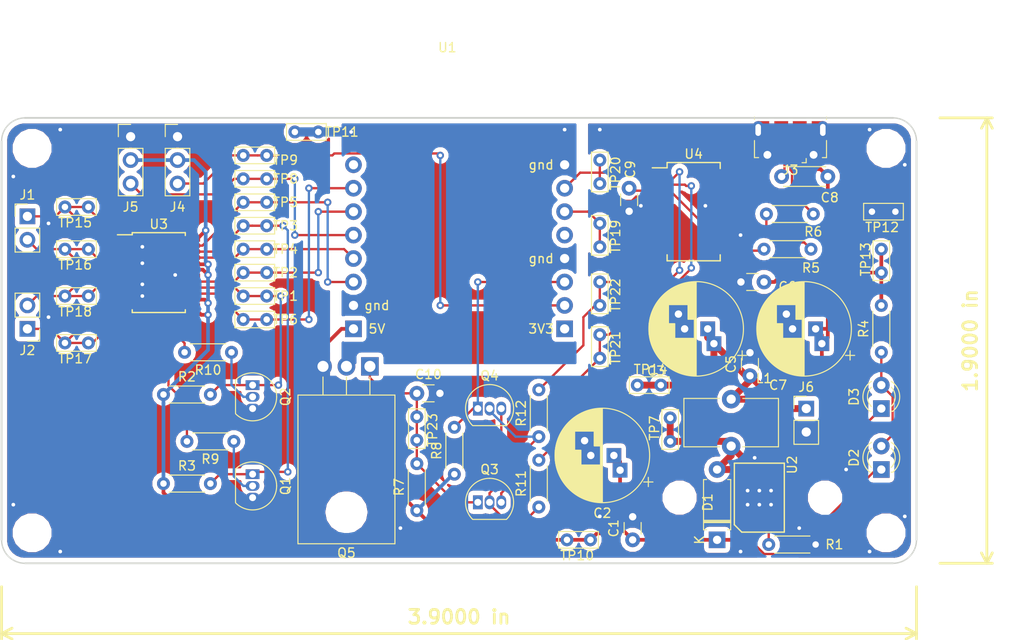
<source format=kicad_pcb>
(kicad_pcb (version 20171130) (host pcbnew 5.0.2+dfsg1-1)
  (layers (0 F.Cu signal) (31 B.Cu signal) (34 B.Paste user) (35 F.Paste user) (36 B.SilkS user) (37 F.SilkS user) (38 B.Mask user) (39 F.Mask user) (44 Edge.Cuts user))
  (net 0 "")
  (net 1 GND)
  (net 2 bat)
  (net 3 vcc)
  (net 4 "Net-(C8-Pad2)")
  (net 5 "Net-(C9-Pad1)")
  (net 6 vout)
  (net 7 lx)
  (net 8 LEDchrg)
  (net 9 "Net-(D2-Pad2)")
  (net 10 LEDstdby)
  (net 11 "Net-(J3-Pad2)")
  (net 12 "Net-(J3-Pad3)")
  (net 13 gpio16)
  (net 14 gpio15)
  (net 15 "Net-(Q1-Pad2)")
  (net 16 ain2)
  (net 17 bin2)
  (net 18 "Net-(Q2-Pad2)")
  (net 19 "Net-(Q3-Pad2)")
  (net 20 gpio0)
  (net 21 espGND)
  (net 22 "Net-(R1-Pad1)")
  (net 23 "Net-(R5-Pad2)")
  (net 24 "Net-(R6-Pad2)")
  (net 25 ain1)
  (net 26 bin1)
  (net 27 rts)
  (net 28 dtr)
  (net 29 pwmb)
  (net 30 pwma)
  (net 31 txd)
  (net 32 rxd)
  (net 33 ESPen)
  (net 34 A02)
  (net 35 A01)
  (net 36 B01)
  (net 37 BO2)
  (net 38 "Net-(Q3-Pad3)")
  (module MountingHole:MountingHole_3.2mm_M3 (layer F.Cu) (at 118.872 123.698)
    (fp_text reference REF** hide)
    (fp_text value M3 hide)
    (pad 1 np_thru_hole circle (at 0 0) (size 3.2 3.2) (drill 3.2) (layers *.Cu *.Mask))
  )
  (module MountingHole:MountingHole_2.7mm_M2.5 (layer F.Cu) (at 204.724 119.888 90)
    (fp_text reference REF** hide)
    (fp_text value M2.5 hide)
    (pad 1 np_thru_hole circle (at 0 0 90) (size 2.7 2.7) (drill 2.7) (layers *.Cu *.Mask))
  )
  (module MountingHole:MountingHole_3.2mm_M3 (layer F.Cu) (at 118.872 82.042)
    (fp_text reference REF** hide)
    (fp_text value M3 hide)
    (pad 1 np_thru_hole circle (at 0 0) (size 3.2 3.2) (drill 3.2) (layers *.Cu *.Mask))
  )
  (module MountingHole:MountingHole_3.2mm_M3 (layer F.Cu) (at 211.328 82.042)
    (fp_text reference REF** hide)
    (fp_text value M3 hide)
    (pad 1 np_thru_hole circle (at 0 0) (size 3.2 3.2) (drill 3.2) (layers *.Cu *.Mask))
  )
  (module MountingHole:MountingHole_3.2mm_M3 (layer F.Cu) (at 211.328 123.698 90)
    (fp_text reference REF** hide)
    (fp_text value M3 hide)
    (pad 1 np_thru_hole circle (at 0 0 90) (size 3.2 3.2) (drill 3.2) (layers *.Cu *.Mask))
  )
  (module espcam:ESPCAM_bottom (layer F.Cu) (at 163.83 81.28)
    (fp_text reference U1 (at 0 -10.16) (layer F.SilkS))
    (fp_text value ESPCAM)
    (fp_text user gnd (at 10.16 2.54) (layer F.SilkS))
    (fp_text user gnd (at 10.16 12.7) (layer F.SilkS))
    (fp_text user 3V3 (at 10.16 20.32) (layer F.SilkS))
    (fp_text user gnd (at -7.62 17.78) (layer F.SilkS))
    (fp_text user 5V (at -7.62 20.32) (layer F.SilkS))
    (pad 1 thru_hole circle (at -10.16 2.54) (size 1.8 1.8) (drill 1) (layers *.Cu *.Mask))
    (pad 2 thru_hole circle (at -10.16 5.08) (size 1.8 1.8) (drill 1) (layers *.Cu *.Mask) (net 29 pwmb))
    (pad 3 thru_hole circle (at -10.16 7.62) (size 1.8 1.8) (drill 1) (layers *.Cu *.Mask) (net 26 bin1))
    (pad 4 thru_hole circle (at -10.16 10.16) (size 1.8 1.8) (drill 1) (layers *.Cu *.Mask) (net 14 gpio15))
    (pad 5 thru_hole circle (at -10.16 12.7) (size 1.8 1.8) (drill 1) (layers *.Cu *.Mask) (net 25 ain1))
    (pad 6 thru_hole circle (at -10.16 15.24) (size 1.8 1.8) (drill 1) (layers *.Cu *.Mask) (net 30 pwma))
    (pad 7 thru_hole circle (at -10.16 17.78) (size 1.8 1.8) (drill 1) (layers *.Cu *.Mask) (net 21 espGND))
    (pad 8 thru_hole rect (at -10.16 20.32) (size 1.8 1.8) (drill 1) (layers *.Cu *.Mask) (net 6 vout))
    (pad 9 thru_hole circle (at 12.7 2.54) (size 1.8 1.8) (drill 1) (layers *.Cu *.Mask) (net 21 espGND))
    (pad 10 thru_hole circle (at 12.7 5.08) (size 1.8 1.8) (drill 1) (layers *.Cu *.Mask) (net 31 txd))
    (pad 11 thru_hole circle (at 12.7 7.62) (size 1.8 1.8) (drill 1) (layers *.Cu *.Mask) (net 32 rxd))
    (pad 12 thru_hole circle (at 12.7 10.16) (size 1.8 1.8) (drill 1) (layers *.Cu *.Mask))
    (pad 13 thru_hole circle (at 12.7 12.7) (size 1.8 1.8) (drill 1) (layers *.Cu *.Mask) (net 21 espGND))
    (pad 14 thru_hole circle (at 12.7 15.24) (size 1.8 1.8) (drill 1) (layers *.Cu *.Mask) (net 20 gpio0))
    (pad 15 thru_hole circle (at 12.7 17.78) (size 1.8 1.8) (drill 1) (layers *.Cu *.Mask) (net 13 gpio16))
    (pad 16 thru_hole rect (at 12.7 20.32) (size 1.8 1.8) (drill 1) (layers *.Cu *.Mask))
  )
  (module Capacitor_THT:C_Disc_D3.0mm_W1.6mm_P2.50mm (layer F.Cu) (at 183.896 124.46 90)
    (fp_text reference C1 (at 1.25 -2.05 90) (layer F.SilkS))
    (fp_text value 100n)
    (pad 2 thru_hole circle (at 2.5 0 90) (size 1.6 1.6) (drill 0.8) (layers *.Cu *.Mask) (net 1 GND))
    (pad 1 thru_hole circle (at 0 0 90) (size 1.6 1.6) (drill 0.8) (layers *.Cu *.Mask) (net 6 vout))
  )
  (module Capacitor_THT:CP_Radial_D10.0mm_P2.50mm_P5.00mm (layer F.Cu) (at 181.864 115.316 180)
    (fp_text reference C2 (at 1.25 -6.25 180) (layer F.SilkS))
    (fp_text value 22u)
    (pad 1 thru_hole rect (at 0 0 180) (size 1.6 1.6) (drill 0.8) (layers *.Cu *.Mask) (net 6 vout))
    (pad 2 thru_hole circle (at 2.5 0 180) (size 1.6 1.6) (drill 0.8) (layers *.Cu *.Mask) (net 1 GND))
    (pad 1 thru_hole rect (at -0.670937 -1.6 180) (size 1.6 1.6) (drill 0.8) (layers *.Cu *.Mask) (net 6 vout))
    (pad 2 thru_hole circle (at 3.170937 1.6 180) (size 1.6 1.6) (drill 0.8) (layers *.Cu *.Mask) (net 1 GND))
  )
  (module Capacitor_THT:CP_Radial_D10.0mm_P2.50mm_P5.00mm (layer F.Cu) (at 192.024 101.6 180)
    (fp_text reference C3 (at 5.588 -4.572 180) (layer F.SilkS))
    (fp_text value 47u)
    (pad 1 thru_hole rect (at 0 0 180) (size 1.6 1.6) (drill 0.8) (layers *.Cu *.Mask) (net 2 bat))
    (pad 2 thru_hole circle (at 2.5 0 180) (size 1.6 1.6) (drill 0.8) (layers *.Cu *.Mask) (net 1 GND))
    (pad 1 thru_hole rect (at -0.670937 -1.6 180) (size 1.6 1.6) (drill 0.8) (layers *.Cu *.Mask) (net 2 bat))
    (pad 2 thru_hole circle (at 3.170937 1.6 180) (size 1.6 1.6) (drill 0.8) (layers *.Cu *.Mask) (net 1 GND))
  )
  (module Capacitor_THT:C_Disc_D3.0mm_W1.6mm_P2.50mm (layer F.Cu) (at 196.596 106.68 90)
    (fp_text reference C5 (at 1.25 -2.05 90) (layer F.SilkS))
    (fp_text value 100n)
    (pad 1 thru_hole circle (at 0 0 90) (size 1.6 1.6) (drill 0.8) (layers *.Cu *.Mask) (net 2 bat))
    (pad 2 thru_hole circle (at 2.5 0 90) (size 1.6 1.6) (drill 0.8) (layers *.Cu *.Mask) (net 1 GND))
  )
  (module Capacitor_THT:C_Disc_D3.0mm_W1.6mm_P2.50mm (layer F.Cu) (at 198.12 96.52 180)
    (fp_text reference C6 (at -2.54 -0.508 180) (layer F.SilkS))
    (fp_text value 100n)
    (pad 2 thru_hole circle (at 2.5 0 180) (size 1.6 1.6) (drill 0.8) (layers *.Cu *.Mask) (net 1 GND))
    (pad 1 thru_hole circle (at 0 0 180) (size 1.6 1.6) (drill 0.8) (layers *.Cu *.Mask) (net 3 vcc))
  )
  (module Capacitor_THT:CP_Radial_D10.0mm_P2.50mm_P5.00mm (layer F.Cu) (at 203.708 101.6 180)
    (fp_text reference C7 (at 4.064 -6.096 180) (layer F.SilkS))
    (fp_text value 10u)
    (pad 2 thru_hole circle (at 3.170937 1.6 180) (size 1.6 1.6) (drill 0.8) (layers *.Cu *.Mask) (net 1 GND))
    (pad 1 thru_hole rect (at -0.670937 -1.6 180) (size 1.6 1.6) (drill 0.8) (layers *.Cu *.Mask) (net 3 vcc))
    (pad 2 thru_hole circle (at 2.5 0 180) (size 1.6 1.6) (drill 0.8) (layers *.Cu *.Mask) (net 1 GND))
    (pad 1 thru_hole rect (at 0 0 180) (size 1.6 1.6) (drill 0.8) (layers *.Cu *.Mask) (net 3 vcc))
  )
  (module Capacitor_THT:C_Disc_D3.0mm_W1.6mm_P2.50mm (layer F.Cu) (at 183.515 86.36 270)
    (fp_text reference C9 (at -2.032 -0.127 270) (layer F.SilkS))
    (fp_text value 100n)
    (pad 2 thru_hole circle (at 2.5 0 270) (size 1.6 1.6) (drill 0.8) (layers *.Cu *.Mask) (net 1 GND))
    (pad 1 thru_hole circle (at 0 0 270) (size 1.6 1.6) (drill 0.8) (layers *.Cu *.Mask) (net 5 "Net-(C9-Pad1)"))
  )
  (module Capacitor_THT:C_Disc_D3.0mm_W1.6mm_P2.50mm (layer F.Cu) (at 160.528 108.585)
    (fp_text reference C10 (at 1.25 -2.05) (layer F.SilkS))
    (fp_text value 100n)
    (pad 1 thru_hole circle (at 0 0) (size 1.6 1.6) (drill 0.8) (layers *.Cu *.Mask) (net 33 ESPen))
    (pad 2 thru_hole circle (at 2.5 0) (size 1.6 1.6) (drill 0.8) (layers *.Cu *.Mask) (net 1 GND))
  )
  (module Diode_THT:D_A-405_P7.62mm_Horizontal (layer F.Cu) (at 193.04 124.46 90)
    (fp_text reference D1 (at 4.064 -1.016 90) (layer F.SilkS))
    (fp_text value 3A20V)
    (fp_text user K (at 0 -1.9 90) (layer F.SilkS))
    (pad 1 thru_hole rect (at 0 0 90) (size 1.8 1.8) (drill 0.9) (layers *.Cu *.Mask) (net 6 vout))
    (pad 2 thru_hole oval (at 7.62 0 90) (size 1.8 1.8) (drill 0.9) (layers *.Cu *.Mask) (net 7 lx))
  )
  (module LED_THT:LED_D3.0mm (layer F.Cu) (at 210.82 116.84 90)
    (fp_text reference D2 (at 1.27 -2.96 90) (layer F.SilkS))
    (fp_text value LED)
    (pad 1 thru_hole rect (at 0 0 90) (size 1.8 1.8) (drill 0.9) (layers *.Cu *.Mask) (net 8 LEDchrg))
    (pad 2 thru_hole circle (at 2.54 0 90) (size 1.8 1.8) (drill 0.9) (layers *.Cu *.Mask) (net 9 "Net-(D2-Pad2)"))
  )
  (module LED_THT:LED_D3.0mm (layer F.Cu) (at 210.82 110.236 90)
    (fp_text reference D3 (at 1.27 -2.96 90) (layer F.SilkS))
    (fp_text value LED)
    (pad 2 thru_hole circle (at 2.54 0 90) (size 1.8 1.8) (drill 0.9) (layers *.Cu *.Mask) (net 9 "Net-(D2-Pad2)"))
    (pad 1 thru_hole rect (at 0 0 90) (size 1.8 1.8) (drill 0.9) (layers *.Cu *.Mask) (net 10 LEDstdby))
  )
  (module Connector_PinHeader_2.54mm:PinHeader_1x02_P2.54mm_Vertical (layer F.Cu) (at 118.364 89.408)
    (fp_text reference J1 (at 0 -2.33) (layer F.SilkS))
    (fp_text value motorA)
    (pad 2 thru_hole oval (at 0 2.54) (size 1.7 1.7) (drill 1) (layers *.Cu *.Mask) (net 34 A02))
    (pad 1 thru_hole rect (at 0 0) (size 1.7 1.7) (drill 1) (layers *.Cu *.Mask) (net 35 A01))
  )
  (module Connector_PinHeader_2.54mm:PinHeader_1x02_P2.54mm_Vertical (layer F.Cu) (at 118.364 101.6 180)
    (fp_text reference J2 (at 0 -2.33 180) (layer F.SilkS))
    (fp_text value motorB)
    (pad 1 thru_hole rect (at 0 0 180) (size 1.7 1.7) (drill 1) (layers *.Cu *.Mask) (net 36 B01))
    (pad 2 thru_hole oval (at 0 2.54 180) (size 1.7 1.7) (drill 1) (layers *.Cu *.Mask) (net 37 BO2))
  )
  (module Connector_USB:USB_Micro-B_Molex-105017-0001 (layer F.Cu) (at 200.985 81.28 180)
    (fp_text reference J3 (at 0 -3.1125 180) (layer F.SilkS))
    (fp_text value USB_B_Mini)
    (pad 6 smd rect (at 1 1.2375 180) (size 1.5 1.9) (layers F.Cu F.Paste F.Mask) (net 1 GND))
    (pad 6 thru_hole circle (at -2.5 -1.4625 180) (size 1.45 1.45) (drill 0.85) (layers *.Cu *.Mask) (net 1 GND))
    (pad 2 smd rect (at -0.65 -1.4625 180) (size 0.4 1.35) (layers F.Cu F.Paste F.Mask) (net 11 "Net-(J3-Pad2)"))
    (pad 1 smd rect (at -1.3 -1.4625 180) (size 0.4 1.35) (layers F.Cu F.Paste F.Mask) (net 3 vcc))
    (pad 5 smd rect (at 1.3 -1.4625 180) (size 0.4 1.35) (layers F.Cu F.Paste F.Mask) (net 1 GND))
    (pad 4 smd rect (at 0.65 -1.4625 180) (size 0.4 1.35) (layers F.Cu F.Paste F.Mask) (net 4 "Net-(C8-Pad2)"))
    (pad 3 smd rect (at 0 -1.4625 180) (size 0.4 1.35) (layers F.Cu F.Paste F.Mask) (net 12 "Net-(J3-Pad3)"))
    (pad 6 thru_hole circle (at 2.5 -1.4625 180) (size 1.45 1.45) (drill 0.85) (layers *.Cu *.Mask) (net 1 GND))
    (pad 6 smd rect (at -1 1.2375 180) (size 1.5 1.9) (layers F.Cu F.Paste F.Mask) (net 1 GND))
    (pad 6 thru_hole oval (at -3.5 1.2375) (size 1.2 1.9) (drill oval 0.6 1.3) (layers *.Cu *.Mask) (net 1 GND))
    (pad 6 thru_hole oval (at 3.5 1.2375 180) (size 1.2 1.9) (drill oval 0.6 1.3) (layers *.Cu *.Mask) (net 1 GND))
    (pad 6 smd rect (at 2.9 1.2375 180) (size 1.2 1.9) (layers F.Cu F.Mask) (net 1 GND))
    (pad 6 smd rect (at -2.9 1.2375 180) (size 1.2 1.9) (layers F.Cu F.Mask) (net 1 GND))
  )
  (module Connector_PinHeader_2.54mm:PinHeader_1x03_P2.54mm_Vertical (layer F.Cu) (at 134.62 80.772)
    (fp_text reference J4 (at 0 7.62) (layer F.SilkS))
    (fp_text value device2)
    (pad 3 thru_hole oval (at 0 5.08) (size 1.7 1.7) (drill 1) (layers *.Cu *.Mask) (net 13 gpio16))
    (pad 2 thru_hole oval (at 0 2.54) (size 1.7 1.7) (drill 1) (layers *.Cu *.Mask) (net 6 vout))
    (pad 1 thru_hole rect (at 0 0) (size 1.7 1.7) (drill 1) (layers *.Cu *.Mask) (net 1 GND))
  )
  (module Connector_PinHeader_2.54mm:PinHeader_1x03_P2.54mm_Vertical (layer F.Cu) (at 129.54 80.772)
    (fp_text reference J5 (at 0 7.62) (layer F.SilkS))
    (fp_text value device1)
    (pad 1 thru_hole rect (at 0 0) (size 1.7 1.7) (drill 1) (layers *.Cu *.Mask) (net 1 GND))
    (pad 2 thru_hole oval (at 0 2.54) (size 1.7 1.7) (drill 1) (layers *.Cu *.Mask) (net 6 vout))
    (pad 3 thru_hole oval (at 0 5.08) (size 1.7 1.7) (drill 1) (layers *.Cu *.Mask) (net 14 gpio15))
  )
  (module Inductor_THT:L_Toroid_Vertical_L10.0mm_W5.0mm_P5.08mm (layer F.Cu) (at 194.564 109.22)
    (fp_text reference L1 (at 3.556 -2.25) (layer F.SilkS))
    (fp_text value 10uH)
    (pad 1 thru_hole circle (at 0 0) (size 2 2) (drill 1) (layers *.Cu *.Mask) (net 2 bat))
    (pad 2 thru_hole circle (at 0 5.08) (size 2 2) (drill 1) (layers *.Cu *.Mask) (net 7 lx))
  )
  (module Package_TO_SOT_THT:TO-92_Inline (layer F.Cu) (at 142.748 117.348 270)
    (fp_text reference Q1 (at 1.27 -3.56 270) (layer F.SilkS))
    (fp_text value BC547)
    (pad 2 thru_hole oval (at 1.27 0 270) (size 1.05 1.5) (drill 0.75) (layers *.Cu *.Mask) (net 15 "Net-(Q1-Pad2)"))
    (pad 3 thru_hole oval (at 2.54 0 270) (size 1.05 1.5) (drill 0.75) (layers *.Cu *.Mask) (net 1 GND))
    (pad 1 thru_hole rect (at 0 0 270) (size 1.05 1.5) (drill 0.75) (layers *.Cu *.Mask) (net 16 ain2))
  )
  (module Package_TO_SOT_THT:TO-92_Inline (layer F.Cu) (at 142.748 107.696 270)
    (fp_text reference Q2 (at 1.27 -3.56 270) (layer F.SilkS))
    (fp_text value BC547)
    (pad 1 thru_hole rect (at 0 0 270) (size 1.05 1.5) (drill 0.75) (layers *.Cu *.Mask) (net 17 bin2))
    (pad 3 thru_hole oval (at 2.54 0 270) (size 1.05 1.5) (drill 0.75) (layers *.Cu *.Mask) (net 1 GND))
    (pad 2 thru_hole oval (at 1.27 0 270) (size 1.05 1.5) (drill 0.75) (layers *.Cu *.Mask) (net 18 "Net-(Q2-Pad2)"))
  )
  (module Package_TO_SOT_THT:TO-92_Inline (layer F.Cu) (at 167.132 120.396)
    (fp_text reference Q3 (at 1.27 -3.56) (layer F.SilkS))
    (fp_text value BC547)
    (pad 2 thru_hole oval (at 1.27 0) (size 1.05 1.5) (drill 0.75) (layers *.Cu *.Mask) (net 19 "Net-(Q3-Pad2)"))
    (pad 3 thru_hole oval (at 2.54 0) (size 1.05 1.5) (drill 0.75) (layers *.Cu *.Mask) (net 38 "Net-(Q3-Pad3)"))
    (pad 1 thru_hole rect (at 0 0) (size 1.05 1.5) (drill 0.75) (layers *.Cu *.Mask) (net 33 ESPen))
  )
  (module Package_TO_SOT_THT:TO-92_Inline (layer F.Cu) (at 167.132 110.236)
    (fp_text reference Q4 (at 1.27 -3.56) (layer F.SilkS))
    (fp_text value BC547)
    (pad 1 thru_hole rect (at 0 0) (size 1.05 1.5) (drill 0.75) (layers *.Cu *.Mask) (net 20 gpio0))
    (pad 3 thru_hole oval (at 2.54 0) (size 1.05 1.5) (drill 0.75) (layers *.Cu *.Mask) (net 19 "Net-(Q3-Pad2)"))
    (pad 2 thru_hole oval (at 1.27 0) (size 1.05 1.5) (drill 0.75) (layers *.Cu *.Mask) (net 38 "Net-(Q3-Pad3)"))
  )
  (module Resistor_THT:R_Axial_DIN0204_L3.6mm_D1.6mm_P5.08mm_Horizontal (layer F.Cu) (at 198.628 124.968)
    (fp_text reference R1 (at 7.112 0) (layer F.SilkS))
    (fp_text value 2k2)
    (pad 2 thru_hole oval (at 5.08 0) (size 1.4 1.4) (drill 0.7) (layers *.Cu *.Mask) (net 1 GND))
    (pad 1 thru_hole circle (at 0 0) (size 1.4 1.4) (drill 0.7) (layers *.Cu *.Mask) (net 22 "Net-(R1-Pad1)"))
  )
  (module Resistor_THT:R_Axial_DIN0204_L3.6mm_D1.6mm_P5.08mm_Horizontal (layer F.Cu) (at 133.096 108.712)
    (fp_text reference R2 (at 2.54 -1.92) (layer F.SilkS))
    (fp_text value 10k)
    (pad 1 thru_hole circle (at 0 0) (size 1.4 1.4) (drill 0.7) (layers *.Cu *.Mask) (net 6 vout))
    (pad 2 thru_hole oval (at 5.08 0) (size 1.4 1.4) (drill 0.7) (layers *.Cu *.Mask) (net 17 bin2))
  )
  (module Resistor_THT:R_Axial_DIN0204_L3.6mm_D1.6mm_P5.08mm_Horizontal (layer F.Cu) (at 133.096 118.364)
    (fp_text reference R3 (at 2.54 -1.92) (layer F.SilkS))
    (fp_text value 10k)
    (pad 2 thru_hole oval (at 5.08 0) (size 1.4 1.4) (drill 0.7) (layers *.Cu *.Mask) (net 16 ain2))
    (pad 1 thru_hole circle (at 0 0) (size 1.4 1.4) (drill 0.7) (layers *.Cu *.Mask) (net 6 vout))
  )
  (module Resistor_THT:R_Axial_DIN0204_L3.6mm_D1.6mm_P5.08mm_Horizontal (layer F.Cu) (at 210.82 104.14 90)
    (fp_text reference R4 (at 2.54 -1.92 90) (layer F.SilkS))
    (fp_text value 1k)
    (pad 1 thru_hole circle (at 0 0 90) (size 1.4 1.4) (drill 0.7) (layers *.Cu *.Mask) (net 9 "Net-(D2-Pad2)"))
    (pad 2 thru_hole oval (at 5.08 0 90) (size 1.4 1.4) (drill 0.7) (layers *.Cu *.Mask) (net 3 vcc))
  )
  (module Resistor_THT:R_Axial_DIN0204_L3.6mm_D1.6mm_P5.08mm_Horizontal (layer F.Cu) (at 203.2 92.964 180)
    (fp_text reference R5 (at 0 -2.032 180) (layer F.SilkS))
    (fp_text value 27)
    (pad 1 thru_hole circle (at 0 0 180) (size 1.4 1.4) (drill 0.7) (layers *.Cu *.Mask) (net 12 "Net-(J3-Pad3)"))
    (pad 2 thru_hole oval (at 5.08 0 180) (size 1.4 1.4) (drill 0.7) (layers *.Cu *.Mask) (net 23 "Net-(R5-Pad2)"))
  )
  (module Resistor_THT:R_Axial_DIN0204_L3.6mm_D1.6mm_P5.08mm_Horizontal (layer F.Cu) (at 203.454 89.154 180)
    (fp_text reference R6 (at 0 -1.92 180) (layer F.SilkS))
    (fp_text value 27)
    (pad 2 thru_hole oval (at 5.08 0 180) (size 1.4 1.4) (drill 0.7) (layers *.Cu *.Mask) (net 24 "Net-(R6-Pad2)"))
    (pad 1 thru_hole circle (at 0 0 180) (size 1.4 1.4) (drill 0.7) (layers *.Cu *.Mask) (net 11 "Net-(J3-Pad2)"))
  )
  (module Resistor_THT:R_Axial_DIN0204_L3.6mm_D1.6mm_P5.08mm_Horizontal (layer F.Cu) (at 160.528 121.285 90)
    (fp_text reference R7 (at 2.54 -1.92 90) (layer F.SilkS))
    (fp_text value 10k)
    (pad 2 thru_hole oval (at 5.08 0 90) (size 1.4 1.4) (drill 0.7) (layers *.Cu *.Mask) (net 33 ESPen))
    (pad 1 thru_hole circle (at 0 0 90) (size 1.4 1.4) (drill 0.7) (layers *.Cu *.Mask) (net 6 vout))
  )
  (module Resistor_THT:R_Axial_DIN0204_L3.6mm_D1.6mm_P5.08mm_Horizontal (layer F.Cu) (at 164.592 117.348 90)
    (fp_text reference R8 (at 2.54 -1.92 90) (layer F.SilkS))
    (fp_text value 10k)
    (pad 1 thru_hole circle (at 0 0 90) (size 1.4 1.4) (drill 0.7) (layers *.Cu *.Mask) (net 6 vout))
    (pad 2 thru_hole oval (at 5.08 0 90) (size 1.4 1.4) (drill 0.7) (layers *.Cu *.Mask) (net 20 gpio0))
  )
  (module Resistor_THT:R_Axial_DIN0204_L3.6mm_D1.6mm_P5.08mm_Horizontal (layer F.Cu) (at 140.716 113.792 180)
    (fp_text reference R9 (at 2.54 -1.92 180) (layer F.SilkS))
    (fp_text value 1k)
    (pad 2 thru_hole oval (at 5.08 0 180) (size 1.4 1.4) (drill 0.7) (layers *.Cu *.Mask) (net 25 ain1))
    (pad 1 thru_hole circle (at 0 0 180) (size 1.4 1.4) (drill 0.7) (layers *.Cu *.Mask) (net 15 "Net-(Q1-Pad2)"))
  )
  (module Resistor_THT:R_Axial_DIN0204_L3.6mm_D1.6mm_P5.08mm_Horizontal (layer F.Cu) (at 140.462 104.14 180)
    (fp_text reference R10 (at 2.54 -1.92 180) (layer F.SilkS))
    (fp_text value 1k)
    (pad 1 thru_hole circle (at 0 0 180) (size 1.4 1.4) (drill 0.7) (layers *.Cu *.Mask) (net 18 "Net-(Q2-Pad2)"))
    (pad 2 thru_hole oval (at 5.08 0 180) (size 1.4 1.4) (drill 0.7) (layers *.Cu *.Mask) (net 26 bin1))
  )
  (module Resistor_THT:R_Axial_DIN0204_L3.6mm_D1.6mm_P5.08mm_Horizontal (layer F.Cu) (at 173.736 120.904 90)
    (fp_text reference R11 (at 2.54 -1.92 90) (layer F.SilkS))
    (fp_text value 220)
    (pad 2 thru_hole oval (at 5.08 0 90) (size 1.4 1.4) (drill 0.7) (layers *.Cu *.Mask) (net 27 rts))
    (pad 1 thru_hole circle (at 0 0 90) (size 1.4 1.4) (drill 0.7) (layers *.Cu *.Mask) (net 19 "Net-(Q3-Pad2)"))
  )
  (module Resistor_THT:R_Axial_DIN0204_L3.6mm_D1.6mm_P5.08mm_Horizontal (layer F.Cu) (at 173.736 113.284 90)
    (fp_text reference R12 (at 2.54 -1.92 90) (layer F.SilkS))
    (fp_text value 220)
    (pad 1 thru_hole circle (at 0 0 90) (size 1.4 1.4) (drill 0.7) (layers *.Cu *.Mask) (net 38 "Net-(Q3-Pad3)"))
    (pad 2 thru_hole oval (at 5.08 0 90) (size 1.4 1.4) (drill 0.7) (layers *.Cu *.Mask) (net 28 dtr))
  )
  (module TP5400:ESOP8-F.Cu-only (layer F.Cu) (at 197.612 119.888)
    (fp_text reference U2 (at 3.556 -3.556 90) (layer F.SilkS))
    (fp_text value TP5400)
    (pad 8 smd rect (at -1.905 -2.6) (size 0.6 1.27) (layers F.Cu F.Paste F.Mask) (net 7 lx))
    (pad 1 smd rect (at -1.905 2.6) (size 0.6 1.27) (layers F.Cu F.Paste F.Mask) (net 6 vout))
    (pad 7 smd rect (at -0.635 -2.6) (size 0.6 1.27) (layers F.Cu F.Paste F.Mask) (net 1 GND))
    (pad 2 smd rect (at -0.635 2.6) (size 0.6 1.27) (layers F.Cu F.Paste F.Mask) (net 8 LEDchrg))
    (pad 6 smd rect (at 0.635 -2.6) (size 0.6 1.27) (layers F.Cu F.Paste F.Mask) (net 2 bat))
    (pad 3 smd rect (at 0.635 2.6) (size 0.6 1.27) (layers F.Cu F.Paste F.Mask) (net 22 "Net-(R1-Pad1)"))
    (pad 5 smd rect (at 1.905 -2.6) (size 0.6 1.27) (layers F.Cu F.Paste F.Mask) (net 3 vcc))
    (pad 4 smd rect (at 1.905 2.6) (size 0.6 1.27) (layers F.Cu F.Paste F.Mask) (net 10 LEDstdby))
    (pad 9 smd rect (at 0 0) (size 3.4 2.5) (layers F.Cu F.Paste F.Mask) (net 1 GND))
  )
  (module Package_SO:SSOP-24_5.3x8.2mm_P0.65mm (layer F.Cu) (at 132.588 95.504)
    (fp_text reference U3 (at 0 -5.25) (layer F.SilkS))
    (fp_text value TB6612FNG)
    (pad 1 smd rect (at -3.6 -3.575) (size 1.75 0.45) (layers F.Cu F.Paste F.Mask) (net 35 A01))
    (pad 2 smd rect (at -3.6 -2.925) (size 1.75 0.45) (layers F.Cu F.Paste F.Mask) (net 35 A01))
    (pad 3 smd rect (at -3.6 -2.275) (size 1.75 0.45) (layers F.Cu F.Paste F.Mask) (net 1 GND))
    (pad 4 smd rect (at -3.6 -1.625) (size 1.75 0.45) (layers F.Cu F.Paste F.Mask) (net 1 GND))
    (pad 5 smd rect (at -3.6 -0.975) (size 1.75 0.45) (layers F.Cu F.Paste F.Mask) (net 34 A02))
    (pad 6 smd rect (at -3.6 -0.325) (size 1.75 0.45) (layers F.Cu F.Paste F.Mask) (net 34 A02))
    (pad 7 smd rect (at -3.6 0.325) (size 1.75 0.45) (layers F.Cu F.Paste F.Mask) (net 37 BO2))
    (pad 8 smd rect (at -3.6 0.975) (size 1.75 0.45) (layers F.Cu F.Paste F.Mask) (net 37 BO2))
    (pad 9 smd rect (at -3.6 1.625) (size 1.75 0.45) (layers F.Cu F.Paste F.Mask) (net 1 GND))
    (pad 10 smd rect (at -3.6 2.275) (size 1.75 0.45) (layers F.Cu F.Paste F.Mask) (net 1 GND))
    (pad 11 smd rect (at -3.6 2.925) (size 1.75 0.45) (layers F.Cu F.Paste F.Mask) (net 36 B01))
    (pad 12 smd rect (at -3.6 3.575) (size 1.75 0.45) (layers F.Cu F.Paste F.Mask) (net 36 B01))
    (pad 13 smd rect (at 3.6 3.575) (size 1.75 0.45) (layers F.Cu F.Paste F.Mask) (net 6 vout))
    (pad 14 smd rect (at 3.6 2.925) (size 1.75 0.45) (layers F.Cu F.Paste F.Mask) (net 6 vout))
    (pad 15 smd rect (at 3.6 2.275) (size 1.75 0.45) (layers F.Cu F.Paste F.Mask) (net 29 pwmb))
    (pad 16 smd rect (at 3.6 1.625) (size 1.75 0.45) (layers F.Cu F.Paste F.Mask) (net 17 bin2))
    (pad 17 smd rect (at 3.6 0.975) (size 1.75 0.45) (layers F.Cu F.Paste F.Mask) (net 26 bin1))
    (pad 18 smd rect (at 3.6 0.325) (size 1.75 0.45) (layers F.Cu F.Paste F.Mask) (net 1 GND))
    (pad 19 smd rect (at 3.6 -0.325) (size 1.75 0.45) (layers F.Cu F.Paste F.Mask) (net 6 vout))
    (pad 20 smd rect (at 3.6 -0.975) (size 1.75 0.45) (layers F.Cu F.Paste F.Mask) (net 6 vout))
    (pad 21 smd rect (at 3.6 -1.625) (size 1.75 0.45) (layers F.Cu F.Paste F.Mask) (net 25 ain1))
    (pad 22 smd rect (at 3.6 -2.275) (size 1.75 0.45) (layers F.Cu F.Paste F.Mask) (net 16 ain2))
    (pad 23 smd rect (at 3.6 -2.925) (size 1.75 0.45) (layers F.Cu F.Paste F.Mask) (net 30 pwma))
    (pad 24 smd rect (at 3.6 -3.575) (size 1.75 0.45) (layers F.Cu F.Paste F.Mask) (net 6 vout))
  )
  (module Package_SO:SSOP-28_5.3x10.2mm_P0.65mm (layer F.Cu) (at 190.5 88.9)
    (fp_text reference U4 (at 0 -6.25) (layer F.SilkS))
    (fp_text value FT232RL)
    (pad 1 smd rect (at -3.6 -4.225) (size 1.75 0.45) (layers F.Cu F.Paste F.Mask) (net 31 txd))
    (pad 2 smd rect (at -3.6 -3.575) (size 1.75 0.45) (layers F.Cu F.Paste F.Mask) (net 28 dtr))
    (pad 3 smd rect (at -3.6 -2.925) (size 1.75 0.45) (layers F.Cu F.Paste F.Mask) (net 27 rts))
    (pad 4 smd rect (at -3.6 -2.275) (size 1.75 0.45) (layers F.Cu F.Paste F.Mask) (net 5 "Net-(C9-Pad1)"))
    (pad 5 smd rect (at -3.6 -1.625) (size 1.75 0.45) (layers F.Cu F.Paste F.Mask) (net 32 rxd))
    (pad 6 smd rect (at -3.6 -0.975) (size 1.75 0.45) (layers F.Cu F.Paste F.Mask))
    (pad 7 smd rect (at -3.6 -0.325) (size 1.75 0.45) (layers F.Cu F.Paste F.Mask) (net 1 GND))
    (pad 8 smd rect (at -3.6 0.325) (size 1.75 0.45) (layers F.Cu F.Paste F.Mask))
    (pad 9 smd rect (at -3.6 0.975) (size 1.75 0.45) (layers F.Cu F.Paste F.Mask))
    (pad 10 smd rect (at -3.6 1.625) (size 1.75 0.45) (layers F.Cu F.Paste F.Mask))
    (pad 11 smd rect (at -3.6 2.275) (size 1.75 0.45) (layers F.Cu F.Paste F.Mask))
    (pad 12 smd rect (at -3.6 2.925) (size 1.75 0.45) (layers F.Cu F.Paste F.Mask))
    (pad 13 smd rect (at -3.6 3.575) (size 1.75 0.45) (layers F.Cu F.Paste F.Mask))
    (pad 14 smd rect (at -3.6 4.225) (size 1.75 0.45) (layers F.Cu F.Paste F.Mask))
    (pad 15 smd rect (at 3.6 4.225) (size 1.75 0.45) (layers F.Cu F.Paste F.Mask) (net 23 "Net-(R5-Pad2)"))
    (pad 16 smd rect (at 3.6 3.575) (size 1.75 0.45) (layers F.Cu F.Paste F.Mask) (net 24 "Net-(R6-Pad2)"))
    (pad 17 smd rect (at 3.6 2.925) (size 1.75 0.45) (layers F.Cu F.Paste F.Mask) (net 5 "Net-(C9-Pad1)"))
    (pad 18 smd rect (at 3.6 2.275) (size 1.75 0.45) (layers F.Cu F.Paste F.Mask) (net 1 GND))
    (pad 19 smd rect (at 3.6 1.625) (size 1.75 0.45) (layers F.Cu F.Paste F.Mask) (net 5 "Net-(C9-Pad1)"))
    (pad 20 smd rect (at 3.6 0.975) (size 1.75 0.45) (layers F.Cu F.Paste F.Mask) (net 3 vcc))
    (pad 21 smd rect (at 3.6 0.325) (size 1.75 0.45) (layers F.Cu F.Paste F.Mask) (net 1 GND))
    (pad 22 smd rect (at 3.6 -0.325) (size 1.75 0.45) (layers F.Cu F.Paste F.Mask))
    (pad 23 smd rect (at 3.6 -0.975) (size 1.75 0.45) (layers F.Cu F.Paste F.Mask))
    (pad 24 smd rect (at 3.6 -1.625) (size 1.75 0.45) (layers F.Cu F.Paste F.Mask))
    (pad 25 smd rect (at 3.6 -2.275) (size 1.75 0.45) (layers F.Cu F.Paste F.Mask) (net 1 GND))
    (pad 26 smd rect (at 3.6 -2.925) (size 1.75 0.45) (layers F.Cu F.Paste F.Mask))
    (pad 27 smd rect (at 3.6 -3.575) (size 1.75 0.45) (layers F.Cu F.Paste F.Mask))
    (pad 28 smd rect (at 3.6 -4.225) (size 1.75 0.45) (layers F.Cu F.Paste F.Mask))
  )
  (module Connector_PinHeader_2.54mm:PinHeader_1x02_P2.54mm_Vertical (layer F.Cu) (at 202.692 110.236)
    (fp_text reference J6 (at 0 -2.33) (layer F.SilkS))
    (fp_text value battery)
    (pad 1 thru_hole rect (at 0 0) (size 1.7 1.7) (drill 1) (layers *.Cu *.Mask) (net 2 bat))
    (pad 2 thru_hole oval (at 0 2.54) (size 1.7 1.7) (drill 1) (layers *.Cu *.Mask) (net 1 GND))
  )
  (module Package_TO_SOT_THT:TO-220F-3_Horizontal_TabDown (layer F.Cu) (at 155.448 105.664 180)
    (fp_text reference Q5 (at 2.54 -20.22 180) (layer F.SilkS))
    (fp_text value IRF3205)
    (pad "" np_thru_hole oval (at 2.54 -15.8 180) (size 3.5 3.5) (drill 3.5) (layers *.Cu *.Mask))
    (pad 1 thru_hole rect (at 0 0 180) (size 1.905 2) (drill 1.2) (layers *.Cu *.Mask) (net 33 ESPen))
    (pad 2 thru_hole oval (at 2.54 0 180) (size 1.905 2) (drill 1.2) (layers *.Cu *.Mask) (net 21 espGND))
    (pad 3 thru_hole oval (at 5.08 0 180) (size 1.905 2) (drill 1.2) (layers *.Cu *.Mask) (net 1 GND))
  )
  (module TestPoint:TestPoint_Bridge_Pitch2.54mm_Drill0.7mm (layer F.Cu) (at 141.732 98.044)
    (fp_text reference TP1 (at 4.572 0) (layer F.SilkS))
    (fp_text value B2)
    (pad 1 thru_hole circle (at 2.54 0) (size 1.4 1.4) (drill 0.7) (layers *.Cu *.Mask) (net 17 bin2))
    (pad 1 thru_hole circle (at 0 0) (size 1.4 1.4) (drill 0.7) (layers *.Cu *.Mask) (net 17 bin2))
  )
  (module TestPoint:TestPoint_Bridge_Pitch2.54mm_Drill0.7mm (layer F.Cu) (at 141.732 95.504)
    (fp_text reference TP2 (at 4.572 0) (layer F.SilkS))
    (fp_text value B1)
    (pad 1 thru_hole circle (at 0 0) (size 1.4 1.4) (drill 0.7) (layers *.Cu *.Mask) (net 26 bin1))
    (pad 1 thru_hole circle (at 2.54 0) (size 1.4 1.4) (drill 0.7) (layers *.Cu *.Mask) (net 26 bin1))
  )
  (module TestPoint:TestPoint_Bridge_Pitch2.54mm_Drill0.7mm (layer F.Cu) (at 141.732 90.424)
    (fp_text reference TP3 (at 4.572 0) (layer F.SilkS))
    (fp_text value A2)
    (pad 1 thru_hole circle (at 2.54 0) (size 1.4 1.4) (drill 0.7) (layers *.Cu *.Mask) (net 16 ain2))
    (pad 1 thru_hole circle (at 0 0) (size 1.4 1.4) (drill 0.7) (layers *.Cu *.Mask) (net 16 ain2))
  )
  (module TestPoint:TestPoint_Bridge_Pitch2.54mm_Drill0.7mm (layer F.Cu) (at 141.732 92.964)
    (fp_text reference TP4 (at 4.572 0) (layer F.SilkS))
    (fp_text value A1)
    (pad 1 thru_hole circle (at 0 0) (size 1.4 1.4) (drill 0.7) (layers *.Cu *.Mask) (net 25 ain1))
    (pad 1 thru_hole circle (at 2.54 0) (size 1.4 1.4) (drill 0.7) (layers *.Cu *.Mask) (net 25 ain1))
  )
  (module TestPoint:TestPoint_Bridge_Pitch2.54mm_Drill0.7mm (layer F.Cu) (at 141.732 87.884)
    (fp_text reference TP5 (at 4.572 0) (layer F.SilkS))
    (fp_text value PWMa)
    (pad 1 thru_hole circle (at 2.54 0) (size 1.4 1.4) (drill 0.7) (layers *.Cu *.Mask) (net 30 pwma))
    (pad 1 thru_hole circle (at 0 0) (size 1.4 1.4) (drill 0.7) (layers *.Cu *.Mask) (net 30 pwma))
  )
  (module TestPoint:TestPoint_Bridge_Pitch2.54mm_Drill0.7mm (layer F.Cu) (at 141.732 100.584)
    (fp_text reference TP6 (at 4.572 0) (layer F.SilkS))
    (fp_text value PWMb)
    (pad 1 thru_hole circle (at 0 0) (size 1.4 1.4) (drill 0.7) (layers *.Cu *.Mask) (net 29 pwmb))
    (pad 1 thru_hole circle (at 2.54 0) (size 1.4 1.4) (drill 0.7) (layers *.Cu *.Mask) (net 29 pwmb))
  )
  (module TestPoint:TestPoint_Bridge_Pitch2.54mm_Drill0.7mm (layer F.Cu) (at 187.96 111.252 270)
    (fp_text reference TP7 (at 1.1 1.7 270) (layer F.SilkS))
    (fp_text value LX)
    (pad 1 thru_hole circle (at 2.54 0 270) (size 1.4 1.4) (drill 0.7) (layers *.Cu *.Mask) (net 7 lx))
    (pad 1 thru_hole circle (at 0 0 270) (size 1.4 1.4) (drill 0.7) (layers *.Cu *.Mask) (net 7 lx))
  )
  (module TestPoint:TestPoint_Bridge_Pitch2.54mm_Drill0.7mm (layer F.Cu) (at 141.732 85.344)
    (fp_text reference TP8 (at 4.572 0) (layer F.SilkS))
    (fp_text value DEV1)
    (pad 1 thru_hole circle (at 0 0) (size 1.4 1.4) (drill 0.7) (layers *.Cu *.Mask) (net 14 gpio15))
    (pad 1 thru_hole circle (at 2.54 0) (size 1.4 1.4) (drill 0.7) (layers *.Cu *.Mask) (net 14 gpio15))
  )
  (module TestPoint:TestPoint_Bridge_Pitch2.54mm_Drill0.7mm (layer F.Cu) (at 141.732 82.804)
    (fp_text reference TP9 (at 4.572 0.508) (layer F.SilkS))
    (fp_text value DEV2)
    (pad 1 thru_hole circle (at 2.54 0) (size 1.4 1.4) (drill 0.7) (layers *.Cu *.Mask) (net 13 gpio16))
    (pad 1 thru_hole circle (at 0 0) (size 1.4 1.4) (drill 0.7) (layers *.Cu *.Mask) (net 13 gpio16))
  )
  (module TestPoint:TestPoint_Bridge_Pitch2.54mm_Drill0.7mm (layer F.Cu) (at 176.784 124.46)
    (fp_text reference TP10 (at 1.1 1.7) (layer F.SilkS))
    (fp_text value VOUT)
    (pad 1 thru_hole circle (at 2.54 0) (size 1.4 1.4) (drill 0.7) (layers *.Cu *.Mask) (net 6 vout))
    (pad 1 thru_hole circle (at 0 0) (size 1.4 1.4) (drill 0.7) (layers *.Cu *.Mask) (net 6 vout))
  )
  (module TestPoint:TestPoint_Bridge_Pitch2.54mm_Drill0.7mm (layer F.Cu) (at 147.32 80.264)
    (fp_text reference TP11 (at 5.08 0) (layer F.SilkS))
    (fp_text value GND2)
    (pad 1 thru_hole circle (at 0 0) (size 1.4 1.4) (drill 0.7) (layers *.Cu *.Mask) (net 21 espGND))
    (pad 1 thru_hole circle (at 2.54 0) (size 1.4 1.4) (drill 0.7) (layers *.Cu *.Mask) (net 21 espGND))
  )
  (module TestPoint:TestPoint_Bridge_Pitch2.54mm_Drill0.7mm (layer F.Cu) (at 209.804 88.9)
    (fp_text reference TP12 (at 1.1 1.7) (layer F.SilkS))
    (fp_text value GND)
    (pad 1 thru_hole circle (at 2.54 0) (size 1.4 1.4) (drill 0.7) (layers *.Cu *.Mask) (net 1 GND))
    (pad 1 thru_hole circle (at 0 0) (size 1.4 1.4) (drill 0.7) (layers *.Cu *.Mask) (net 1 GND))
  )
  (module TestPoint:TestPoint_Bridge_Pitch2.54mm_Drill0.7mm (layer F.Cu) (at 210.82 92.964 270)
    (fp_text reference TP13 (at 1.1 1.7 270) (layer F.SilkS))
    (fp_text value VCC)
    (pad 1 thru_hole circle (at 0 0 270) (size 1.4 1.4) (drill 0.7) (layers *.Cu *.Mask) (net 3 vcc))
    (pad 1 thru_hole circle (at 2.54 0 270) (size 1.4 1.4) (drill 0.7) (layers *.Cu *.Mask) (net 3 vcc))
  )
  (module TestPoint:TestPoint_Bridge_Pitch2.54mm_Drill0.7mm (layer F.Cu) (at 186.944 107.696 180)
    (fp_text reference TP14 (at 1.1 1.7 180) (layer F.SilkS))
    (fp_text value BAT)
    (pad 1 thru_hole circle (at 0 0 180) (size 1.4 1.4) (drill 0.7) (layers *.Cu *.Mask) (net 2 bat))
    (pad 1 thru_hole circle (at 2.54 0 180) (size 1.4 1.4) (drill 0.7) (layers *.Cu *.Mask) (net 2 bat))
  )
  (module TestPoint:TestPoint_Bridge_Pitch2.54mm_Drill0.7mm (layer F.Cu) (at 122.428 88.392)
    (fp_text reference TP15 (at 1.1 1.7) (layer F.SilkS))
    (fp_text value A01)
    (pad 1 thru_hole circle (at 0 0) (size 1.4 1.4) (drill 0.7) (layers *.Cu *.Mask) (net 35 A01))
    (pad 1 thru_hole circle (at 2.54 0) (size 1.4 1.4) (drill 0.7) (layers *.Cu *.Mask) (net 35 A01))
  )
  (module TestPoint:TestPoint_Bridge_Pitch2.54mm_Drill0.7mm (layer F.Cu) (at 122.428 92.964)
    (fp_text reference TP16 (at 1.1 1.7) (layer F.SilkS))
    (fp_text value A02)
    (pad 1 thru_hole circle (at 0 0) (size 1.4 1.4) (drill 0.7) (layers *.Cu *.Mask) (net 34 A02))
    (pad 1 thru_hole circle (at 2.54 0) (size 1.4 1.4) (drill 0.7) (layers *.Cu *.Mask) (net 34 A02))
  )
  (module TestPoint:TestPoint_Bridge_Pitch2.54mm_Drill0.7mm (layer F.Cu) (at 122.428 103.124)
    (fp_text reference TP17 (at 1.1 1.7) (layer F.SilkS))
    (fp_text value B01)
    (pad 1 thru_hole circle (at 2.54 0) (size 1.4 1.4) (drill 0.7) (layers *.Cu *.Mask) (net 36 B01))
    (pad 1 thru_hole circle (at 0 0) (size 1.4 1.4) (drill 0.7) (layers *.Cu *.Mask) (net 36 B01))
  )
  (module TestPoint:TestPoint_Bridge_Pitch2.54mm_Drill0.7mm (layer F.Cu) (at 122.428 98.044)
    (fp_text reference TP18 (at 1.1 1.7) (layer F.SilkS))
    (fp_text value B02)
    (pad 1 thru_hole circle (at 0 0) (size 1.4 1.4) (drill 0.7) (layers *.Cu *.Mask) (net 37 BO2))
    (pad 1 thru_hole circle (at 2.54 0) (size 1.4 1.4) (drill 0.7) (layers *.Cu *.Mask) (net 37 BO2))
  )
  (module TestPoint:TestPoint_Bridge_Pitch2.54mm_Drill0.7mm (layer F.Cu) (at 180.34 92.71 90)
    (fp_text reference TP19 (at 1.1 1.7 90) (layer F.SilkS))
    (fp_text value RXD)
    (pad 1 thru_hole circle (at 2.54 0 90) (size 1.4 1.4) (drill 0.7) (layers *.Cu *.Mask) (net 32 rxd))
    (pad 1 thru_hole circle (at 0 0 90) (size 1.4 1.4) (drill 0.7) (layers *.Cu *.Mask) (net 32 rxd))
  )
  (module TestPoint:TestPoint_Bridge_Pitch2.54mm_Drill0.7mm (layer F.Cu) (at 180.34 85.852 90)
    (fp_text reference TP20 (at 1.1 1.7 90) (layer F.SilkS))
    (fp_text value TXD)
    (pad 1 thru_hole circle (at 0 0 90) (size 1.4 1.4) (drill 0.7) (layers *.Cu *.Mask) (net 31 txd))
    (pad 1 thru_hole circle (at 2.54 0 90) (size 1.4 1.4) (drill 0.7) (layers *.Cu *.Mask) (net 31 txd))
  )
  (module TestPoint:TestPoint_Bridge_Pitch2.54mm_Drill0.7mm (layer F.Cu) (at 180.34 104.775 90)
    (fp_text reference TP21 (at 1.1 1.7 90) (layer F.SilkS))
    (fp_text value RTS)
    (pad 1 thru_hole circle (at 2.54 0 90) (size 1.4 1.4) (drill 0.7) (layers *.Cu *.Mask) (net 27 rts))
    (pad 1 thru_hole circle (at 0 0 90) (size 1.4 1.4) (drill 0.7) (layers *.Cu *.Mask) (net 27 rts))
  )
  (module TestPoint:TestPoint_Bridge_Pitch2.54mm_Drill0.7mm (layer F.Cu) (at 180.34 99.06 90)
    (fp_text reference TP22 (at 1.1 1.7 90) (layer F.SilkS))
    (fp_text value DTR)
    (pad 1 thru_hole circle (at 2.54 0 90) (size 1.4 1.4) (drill 0.7) (layers *.Cu *.Mask) (net 28 dtr))
    (pad 1 thru_hole circle (at 0 0 90) (size 1.4 1.4) (drill 0.7) (layers *.Cu *.Mask) (net 28 dtr))
  )
  (module TestPoint:TestPoint_Bridge_Pitch2.54mm_Drill0.7mm (layer F.Cu) (at 160.528 113.665 90)
    (fp_text reference TP23 (at 1.1 1.7 90) (layer F.SilkS))
    (fp_text value ESPen)
    (pad 1 thru_hole circle (at 0 0 90) (size 1.4 1.4) (drill 0.7) (layers *.Cu *.Mask) (net 33 ESPen))
    (pad 1 thru_hole circle (at 2.54 0 90) (size 1.4 1.4) (drill 0.7) (layers *.Cu *.Mask) (net 33 ESPen))
  )
  (module Capacitor_THT:C_Disc_D4.3mm_W1.9mm_P5.00mm (layer F.Cu) (at 205.025 85.09 180)
    (fp_text reference C8 (at -0.207 -2.286 180) (layer F.SilkS))
    (fp_text value 10n)
    (pad 1 thru_hole circle (at 0 0 180) (size 1.6 1.6) (drill 0.8) (layers *.Cu *.Mask) (net 3 vcc))
    (pad 2 thru_hole circle (at 5 0 180) (size 1.6 1.6) (drill 0.8) (layers *.Cu *.Mask) (net 4 "Net-(C8-Pad2)"))
  )
  (module MountingHole:MountingHole_2.7mm_M2.5 (layer F.Cu) (at 188.976 119.888 90)
    (fp_text reference REF** hide)
    (fp_text value M2.5 hide)
    (pad 1 np_thru_hole circle (at 0 0 90) (size 2.7 2.7) (drill 2.7) (layers *.Cu *.Mask))
  )
  (gr_arc (start 212.09 124.46) (end 212.09 127) (angle -90) (layer Edge.Cuts) (width 0.15))
  (gr_arc (start 118.11 124.46) (end 115.57 124.46) (angle -90) (layer Edge.Cuts) (width 0.15))
  (gr_arc (start 118.11 81.28) (end 118.11 78.74) (angle -90) (layer Edge.Cuts) (width 0.15))
  (gr_arc (start 212.09 81.28) (end 214.63 81.28) (angle -90) (layer Edge.Cuts) (width 0.15))
  (gr_line (start 214.63 81.28) (end 214.63 124.46) (layer Edge.Cuts) (width 0.2))
  (gr_line (start 118.11 78.74) (end 212.09 78.74) (layer Edge.Cuts) (width 0.2))
  (gr_line (start 115.57 124.46) (end 115.57 81.28) (layer Edge.Cuts) (width 0.2))
  (gr_line (start 212.09 127) (end 118.11 127) (layer Edge.Cuts) (width 0.2))
  (dimension 48.26 (width 0.3) (layer F.SilkS) (gr_text "48.260 mm" (at 224.35 102.87 90) (layer F.SilkS) (effects (font (size 1.5 1.5) (thickness 0.3)))) (feature1 (pts (xy 217.17 78.74) (xy 222.836421 78.74))) (feature2 (pts (xy 217.17 127) (xy 222.836421 127))) (crossbar (pts (xy 222.25 127) (xy 222.25 78.74))) (arrow1a (pts (xy 222.25 78.74) (xy 222.836421 79.866504))) (arrow1b (pts (xy 222.25 78.74) (xy 221.663579 79.866504))) (arrow2a (pts (xy 222.25 127) (xy 222.836421 125.873496))) (arrow2b (pts (xy 222.25 127) (xy 221.663579 125.873496))))
  (dimension 99.06 (width 0.3) (layer F.SilkS) (gr_text "99.060 mm" (at 165.1 136.72) (layer F.SilkS) (effects (font (size 1.5 1.5) (thickness 0.3)))) (feature1 (pts (xy 214.63 129.54) (xy 214.63 135.206421))) (feature2 (pts (xy 115.57 129.54) (xy 115.57 135.206421))) (crossbar (pts (xy 115.57 134.62) (xy 214.63 134.62))) (arrow1a (pts (xy 214.63 134.62) (xy 213.503496 135.206421))) (arrow1b (pts (xy 214.63 134.62) (xy 213.503496 134.033579))) (arrow2a (pts (xy 115.57 134.62) (xy 116.696504 135.206421))) (arrow2b (pts (xy 115.57 134.62) (xy 116.696504 134.033579))))
  (via (at 197.612 120.65) (size 0.8) (drill 0.4) (layers F.Cu B.Cu) (net 1))
  (via (at 197.612 119.126) (size 0.8) (drill 0.4) (layers F.Cu B.Cu) (net 1))
  (via (at 198.882 119.126) (size 0.8) (drill 0.4) (layers F.Cu B.Cu) (net 1))
  (via (at 198.882 120.65) (size 0.8) (drill 0.4) (layers F.Cu B.Cu) (net 1))
  (via (at 196.342 120.65) (size 0.8) (drill 0.4) (layers F.Cu B.Cu) (net 1))
  (via (at 196.342 119.126) (size 0.8) (drill 0.4) (layers F.Cu B.Cu) (net 1))
  (segment (start 186.9 88.575) (end 185.095 88.575) (width 0.4) (layer F.Cu) (net 1))
  (via (at 184.785 88.265) (size 0.8) (drill 0.4) (layers F.Cu B.Cu) (net 1))
  (segment (start 185.095 88.575) (end 184.785 88.265) (width 0.4) (layer F.Cu) (net 1))
  (via (at 195.58 91.44) (size 0.8) (drill 0.4) (layers F.Cu B.Cu) (net 1))
  (segment (start 194.1 91.175) (end 195.315 91.175) (width 0.4) (layer F.Cu) (net 1))
  (segment (start 195.315 91.175) (end 195.58 91.44) (width 0.4) (layer F.Cu) (net 1))
  (segment (start 198.485 82.7425) (end 199.685 82.7425) (width 0.4) (layer F.Cu) (net 1))
  (via (at 191.77 88.265) (size 0.8) (drill 0.4) (layers F.Cu B.Cu) (net 1))
  (segment (start 194.1 89.225) (end 192.73 89.225) (width 0.4) (layer F.Cu) (net 1))
  (segment (start 192.73 89.225) (end 191.77 88.265) (width 0.4) (layer F.Cu) (net 1))
  (segment (start 191.77 87.68) (end 191.77 88.265) (width 0.4) (layer F.Cu) (net 1))
  (segment (start 194.1 86.625) (end 192.825 86.625) (width 0.4) (layer F.Cu) (net 1))
  (segment (start 192.825 86.625) (end 191.77 87.68) (width 0.4) (layer F.Cu) (net 1))
  (segment (start 150.368 105.664) (end 148.844 105.664) (width 0.4) (layer B.Cu) (net 1))
  (via (at 130.81 96.774) (size 0.8) (drill 0.4) (layers F.Cu B.Cu) (net 1))
  (segment (start 128.988 97.129) (end 130.455 97.129) (width 0.4) (layer F.Cu) (net 1))
  (segment (start 130.455 97.129) (end 130.81 96.774) (width 0.4) (layer F.Cu) (net 1))
  (segment (start 128.988 97.779) (end 130.545 97.779) (width 0.4) (layer F.Cu) (net 1))
  (via (at 130.81 98.044) (size 0.8) (drill 0.4) (layers F.Cu B.Cu) (net 1))
  (segment (start 130.545 97.779) (end 130.81 98.044) (width 0.4) (layer F.Cu) (net 1))
  (via (at 130.81 94.488) (size 0.8) (drill 0.4) (layers F.Cu B.Cu) (net 1))
  (segment (start 128.988 93.879) (end 130.201 93.879) (width 0.4) (layer F.Cu) (net 1))
  (segment (start 130.201 93.879) (end 130.81 94.488) (width 0.4) (layer F.Cu) (net 1))
  (via (at 130.81 92.71) (size 0.8) (drill 0.4) (layers F.Cu B.Cu) (net 1))
  (segment (start 128.988 93.229) (end 130.291 93.229) (width 0.4) (layer F.Cu) (net 1))
  (segment (start 130.291 93.229) (end 130.81 92.71) (width 0.4) (layer F.Cu) (net 1))
  (via (at 134.366 95.758) (size 0.8) (drill 0.4) (layers F.Cu B.Cu) (net 1))
  (segment (start 136.188 95.829) (end 134.437 95.829) (width 0.4) (layer F.Cu) (net 1))
  (segment (start 134.437 95.829) (end 134.366 95.758) (width 0.4) (layer F.Cu) (net 1))
  (segment (start 198.085 80.0425) (end 199.985 80.0425) (width 0.4) (layer F.Cu) (net 1))
  (segment (start 199.985 80.0425) (end 201.985 80.0425) (width 0.4) (layer F.Cu) (net 1))
  (segment (start 201.985 80.0425) (end 204.485 80.0425) (width 0.4) (layer F.Cu) (net 1))
  (via (at 197.104 115.57) (size 0.8) (drill 0.4) (layers F.Cu B.Cu) (net 1))
  (segment (start 196.977 117.288) (end 196.977 115.697) (width 0.4) (layer F.Cu) (net 1))
  (segment (start 196.977 115.697) (end 197.104 115.57) (width 0.4) (layer F.Cu) (net 1))
  (via (at 195.58 125.73) (size 0.8) (drill 0.4) (layers F.Cu B.Cu) (net 1))
  (via (at 201.93 123.19) (size 0.8) (drill 0.4) (layers F.Cu B.Cu) (net 1))
  (via (at 207.01 116.84) (size 0.8) (drill 0.4) (layers F.Cu B.Cu) (net 1))
  (via (at 158.75 123.19) (size 0.8) (drill 0.4) (layers F.Cu B.Cu) (net 1))
  (via (at 180.34 121.92) (size 0.8) (drill 0.4) (layers F.Cu B.Cu) (net 1))
  (via (at 120.65 90.17) (size 0.8) (drill 0.4) (layers F.Cu B.Cu) (net 1))
  (via (at 120.65 100.33) (size 0.8) (drill 0.4) (layers F.Cu B.Cu) (net 1))
  (via (at 180.34 80.01) (size 0.8) (drill 0.4) (layers F.Cu B.Cu) (net 1))
  (via (at 209.55 80.01) (size 0.8) (drill 0.4) (layers F.Cu B.Cu) (net 1))
  (via (at 213.36 83.82) (size 0.8) (drill 0.4) (layers F.Cu B.Cu) (net 1))
  (via (at 213.36 121.92) (size 0.8) (drill 0.4) (layers F.Cu B.Cu) (net 1))
  (via (at 209.55 125.73) (size 0.8) (drill 0.4) (layers F.Cu B.Cu) (net 1))
  (via (at 121.92 125.73) (size 0.8) (drill 0.4) (layers F.Cu B.Cu) (net 1))
  (via (at 116.84 120.65) (size 0.8) (drill 0.4) (layers F.Cu B.Cu) (net 1))
  (via (at 116.84 85.09) (size 0.8) (drill 0.4) (layers F.Cu B.Cu) (net 1))
  (via (at 121.92 80.01) (size 0.8) (drill 0.4) (layers F.Cu B.Cu) (net 1))
  (segment (start 200.152 110.236) (end 196.596 106.68) (width 0.75) (layer F.Cu) (net 2))
  (segment (start 202.692 110.236) (end 200.152 110.236) (width 0.75) (layer F.Cu) (net 2))
  (segment (start 196.596 107.188) (end 194.564 109.22) (width 0.75) (layer F.Cu) (net 2))
  (segment (start 196.596 106.68) (end 196.596 107.188) (width 0.75) (layer F.Cu) (net 2))
  (segment (start 196.174937 106.68) (end 192.694937 103.2) (width 0.75) (layer F.Cu) (net 2))
  (segment (start 196.596 106.68) (end 196.174937 106.68) (width 0.75) (layer F.Cu) (net 2))
  (segment (start 192.024 102.529063) (end 192.694937 103.2) (width 0.75) (layer F.Cu) (net 2))
  (segment (start 192.024 101.6) (end 192.024 102.529063) (width 0.75) (layer F.Cu) (net 2))
  (segment (start 192.694937 104.75) (end 192.694937 103.2) (width 0.75) (layer F.Cu) (net 2))
  (segment (start 186.944 107.696) (end 189.748937 107.696) (width 0.75) (layer F.Cu) (net 2))
  (segment (start 189.748937 107.696) (end 192.694937 104.75) (width 0.75) (layer F.Cu) (net 2))
  (segment (start 184.404 107.696) (end 186.944 107.696) (width 0.75) (layer F.Cu) (net 2))
  (segment (start 199.136 109.22) (end 200.152 110.236) (width 0.75) (layer F.Cu) (net 2))
  (segment (start 194.564 109.22) (end 199.136 109.22) (width 0.75) (layer F.Cu) (net 2))
  (segment (start 200.152 113.998) (end 200.152 110.236) (width 0.75) (layer F.Cu) (net 2))
  (segment (start 198.247 117.288) (end 198.247 115.903) (width 0.75) (layer F.Cu) (net 2))
  (segment (start 198.247 115.903) (end 200.152 113.998) (width 0.75) (layer F.Cu) (net 2))
  (segment (start 204.225001 84.290001) (end 205.025 85.09) (width 0.4) (layer F.Cu) (net 3))
  (segment (start 203.357501 84.290001) (end 204.225001 84.290001) (width 0.4) (layer F.Cu) (net 3))
  (segment (start 202.285 82.7425) (end 202.285 83.2175) (width 0.4) (layer F.Cu) (net 3))
  (segment (start 202.285 83.2175) (end 203.357501 84.290001) (width 0.4) (layer F.Cu) (net 3))
  (segment (start 204.378937 102.270937) (end 203.708 101.6) (width 0.4) (layer F.Cu) (net 3))
  (segment (start 204.378937 103.2) (end 204.378937 102.270937) (width 0.4) (layer F.Cu) (net 3))
  (segment (start 205.025 102.553937) (end 204.378937 103.2) (width 0.4) (layer F.Cu) (net 3))
  (segment (start 199.25137 96.52) (end 200.52137 95.25) (width 0.4) (layer F.Cu) (net 3))
  (segment (start 198.12 96.52) (end 199.25137 96.52) (width 0.4) (layer F.Cu) (net 3))
  (segment (start 200.52137 95.25) (end 204.517 95.25) (width 0.4) (layer F.Cu) (net 3))
  (segment (start 205.025 85.09) (end 205.025 94.742) (width 0.4) (layer F.Cu) (net 3))
  (segment (start 204.517 95.25) (end 205.025 94.742) (width 0.4) (layer F.Cu) (net 3))
  (segment (start 197.359999 82.202499) (end 198.169997 81.392501) (width 0.4) (layer F.Cu) (net 3))
  (segment (start 197.359999 87.785003) (end 197.359999 82.202499) (width 0.4) (layer F.Cu) (net 3))
  (segment (start 194.1 89.875) (end 195.270002 89.875) (width 0.4) (layer F.Cu) (net 3))
  (segment (start 195.270002 89.875) (end 197.359999 87.785003) (width 0.4) (layer F.Cu) (net 3))
  (segment (start 202.285 81.6675) (end 202.285 82.7425) (width 0.4) (layer F.Cu) (net 3))
  (segment (start 202.010001 81.392501) (end 202.285 81.6675) (width 0.4) (layer F.Cu) (net 3))
  (segment (start 201.676 81.392501) (end 202.010001 81.392501) (width 0.4) (layer F.Cu) (net 3))
  (segment (start 198.169997 81.392501) (end 201.676 81.392501) (width 0.4) (layer F.Cu) (net 3))
  (segment (start 205.533 95.504) (end 210.82 95.504) (width 0.4) (layer F.Cu) (net 3))
  (segment (start 205.025 94.996) (end 205.533 95.504) (width 0.4) (layer F.Cu) (net 3))
  (segment (start 205.025 94.996) (end 205.025 95.25) (width 0.4) (layer F.Cu) (net 3))
  (segment (start 205.025 94.742) (end 205.025 94.996) (width 0.4) (layer F.Cu) (net 3))
  (segment (start 210.82 95.504) (end 210.82 92.964) (width 0.4) (layer F.Cu) (net 3))
  (segment (start 210.82 95.504) (end 210.82 99.06) (width 0.4) (layer F.Cu) (net 3))
  (segment (start 205.025 95.25) (end 205.025 101.346) (width 0.4) (layer F.Cu) (net 3))
  (segment (start 205.025 101.483) (end 205.025 101.346) (width 0.4) (layer F.Cu) (net 3))
  (segment (start 204.908 101.6) (end 205.025 101.483) (width 0.4) (layer F.Cu) (net 3))
  (segment (start 203.708 101.6) (end 204.908 101.6) (width 0.4) (layer F.Cu) (net 3))
  (segment (start 205.025 101.346) (end 205.025 102.553937) (width 0.4) (layer F.Cu) (net 3))
  (segment (start 204.378937 104.4) (end 204.378937 103.2) (width 0.4) (layer F.Cu) (net 3))
  (segment (start 204.378937 113.126063) (end 204.378937 104.4) (width 0.4) (layer F.Cu) (net 3))
  (segment (start 199.517 117.288) (end 200.217 117.288) (width 0.4) (layer F.Cu) (net 3))
  (segment (start 200.217 117.288) (end 204.378937 113.126063) (width 0.4) (layer F.Cu) (net 3))
  (segment (start 200.335 84.78) (end 200.025 85.09) (width 0.25) (layer F.Cu) (net 4))
  (segment (start 200.335 82.7425) (end 200.335 84.78) (width 0.25) (layer F.Cu) (net 4))
  (segment (start 187.935002 86.625) (end 186.9 86.625) (width 0.25) (layer F.Cu) (net 5))
  (segment (start 194.1 90.525) (end 191.835002 90.525) (width 0.25) (layer F.Cu) (net 5))
  (segment (start 191.835002 90.525) (end 187.935002 86.625) (width 0.25) (layer F.Cu) (net 5))
  (segment (start 191.835002 90.685002) (end 191.835002 90.525) (width 0.25) (layer F.Cu) (net 5))
  (segment (start 194.1 91.825) (end 192.975 91.825) (width 0.25) (layer F.Cu) (net 5))
  (segment (start 192.975 91.825) (end 191.835002 90.685002) (width 0.25) (layer F.Cu) (net 5))
  (segment (start 183.78 86.625) (end 183.515 86.36) (width 0.25) (layer F.Cu) (net 5))
  (segment (start 186.9 86.625) (end 183.78 86.625) (width 0.25) (layer F.Cu) (net 5))
  (via (at 137.922 98.806) (size 0.8) (drill 0.4) (layers F.Cu B.Cu) (net 6))
  (segment (start 136.188 98.429) (end 137.545 98.429) (width 0.4) (layer F.Cu) (net 6))
  (segment (start 137.545 98.429) (end 137.922 98.806) (width 0.4) (layer F.Cu) (net 6))
  (via (at 137.922 100.076) (size 0.8) (drill 0.4) (layers F.Cu B.Cu) (net 6))
  (segment (start 137.922 98.806) (end 137.922 100.076) (width 0.4) (layer B.Cu) (net 6))
  (segment (start 137.185 100.076) (end 136.188 99.079) (width 0.4) (layer F.Cu) (net 6))
  (segment (start 137.922 100.076) (end 137.185 100.076) (width 0.4) (layer F.Cu) (net 6))
  (via (at 137.922 95.754) (size 0.8) (drill 0.4) (layers F.Cu B.Cu) (net 6))
  (segment (start 136.188 95.179) (end 137.347 95.179) (width 0.4) (layer F.Cu) (net 6))
  (segment (start 137.347 95.179) (end 137.922 95.754) (width 0.4) (layer F.Cu) (net 6))
  (via (at 137.922 94.604) (size 0.8) (drill 0.4) (layers F.Cu B.Cu) (net 6))
  (segment (start 137.922 95.754) (end 137.922 94.604) (width 0.4) (layer B.Cu) (net 6))
  (segment (start 136.263 94.604) (end 136.188 94.529) (width 0.4) (layer F.Cu) (net 6))
  (segment (start 137.922 94.604) (end 136.263 94.604) (width 0.4) (layer F.Cu) (net 6))
  (via (at 137.668 90.932) (size 0.8) (drill 0.4) (layers F.Cu B.Cu) (net 6))
  (segment (start 136.188 91.929) (end 136.671 91.929) (width 0.4) (layer F.Cu) (net 6))
  (segment (start 136.671 91.929) (end 137.668 90.932) (width 0.4) (layer F.Cu) (net 6))
  (segment (start 137.668 94.35) (end 137.922 94.604) (width 0.4) (layer B.Cu) (net 6))
  (segment (start 137.668 90.932) (end 137.668 94.35) (width 0.4) (layer B.Cu) (net 6))
  (segment (start 137.922 95.754) (end 137.922 98.806) (width 0.4) (layer B.Cu) (net 6))
  (segment (start 136.398 83.312) (end 134.62 83.312) (width 0.4) (layer B.Cu) (net 6))
  (segment (start 137.668 90.932) (end 137.668 84.582) (width 0.4) (layer B.Cu) (net 6))
  (segment (start 137.668 84.582) (end 136.398 83.312) (width 0.4) (layer B.Cu) (net 6))
  (segment (start 134.62 83.312) (end 129.54 83.312) (width 0.4) (layer B.Cu) (net 6))
  (segment (start 137.922 103.886) (end 133.096 108.712) (width 0.4) (layer B.Cu) (net 6))
  (segment (start 137.922 100.076) (end 137.922 103.886) (width 0.4) (layer B.Cu) (net 6))
  (segment (start 133.096 109.701949) (end 133.096 118.364) (width 0.4) (layer B.Cu) (net 6))
  (segment (start 133.096 108.712) (end 133.096 109.701949) (width 0.4) (layer B.Cu) (net 6))
  (segment (start 194.34 124.46) (end 193.04 124.46) (width 0.4) (layer F.Cu) (net 6))
  (segment (start 194.77 124.46) (end 194.34 124.46) (width 0.4) (layer F.Cu) (net 6))
  (segment (start 195.707 122.488) (end 195.707 123.523) (width 0.4) (layer F.Cu) (net 6))
  (segment (start 195.707 123.523) (end 194.77 124.46) (width 0.4) (layer F.Cu) (net 6))
  (segment (start 191.74 124.46) (end 183.896 124.46) (width 0.4) (layer F.Cu) (net 6))
  (segment (start 193.04 124.46) (end 191.74 124.46) (width 0.4) (layer F.Cu) (net 6))
  (segment (start 182.534937 123.098937) (end 182.534937 116.916) (width 0.4) (layer F.Cu) (net 6))
  (segment (start 183.896 124.46) (end 182.534937 123.098937) (width 0.4) (layer F.Cu) (net 6))
  (segment (start 182.534937 115.986937) (end 181.864 115.316) (width 0.4) (layer F.Cu) (net 6))
  (segment (start 182.534937 116.916) (end 182.534937 115.986937) (width 0.4) (layer F.Cu) (net 6))
  (segment (start 181.873873 123.760001) (end 182.534937 123.098937) (width 0.4) (layer F.Cu) (net 6))
  (segment (start 179.324 124.46) (end 180.023999 123.760001) (width 0.4) (layer F.Cu) (net 6))
  (segment (start 180.023999 123.760001) (end 181.873873 123.760001) (width 0.4) (layer F.Cu) (net 6))
  (segment (start 179.324 124.46) (end 176.784 124.46) (width 0.4) (layer F.Cu) (net 6))
  (segment (start 163.703 124.46) (end 160.528 121.285) (width 0.4) (layer F.Cu) (net 6))
  (segment (start 176.784 124.46) (end 163.703 124.46) (width 0.4) (layer F.Cu) (net 6))
  (segment (start 159.828001 120.585001) (end 160.528 121.285) (width 0.4) (layer F.Cu) (net 6))
  (segment (start 149.01549 109.77249) (end 159.828001 120.585001) (width 0.4) (layer F.Cu) (net 6))
  (segment (start 149.01549 104.95451) (end 149.01549 109.77249) (width 0.4) (layer F.Cu) (net 6))
  (segment (start 153.67 101.6) (end 152.37 101.6) (width 0.4) (layer F.Cu) (net 6))
  (segment (start 152.37 101.6) (end 149.01549 104.95451) (width 0.4) (layer F.Cu) (net 6))
  (segment (start 138.202051 124.46) (end 163.703 124.46) (width 0.4) (layer F.Cu) (net 6))
  (segment (start 133.096 118.364) (end 133.096 119.353949) (width 0.4) (layer F.Cu) (net 6))
  (segment (start 133.096 119.353949) (end 138.202051 124.46) (width 0.4) (layer F.Cu) (net 6))
  (segment (start 164.465 117.348) (end 164.592 117.348) (width 0.4) (layer B.Cu) (net 6))
  (segment (start 160.528 121.285) (end 164.465 117.348) (width 0.4) (layer B.Cu) (net 6))
  (segment (start 187.96 111.252) (end 187.96 113.792) (width 0.75) (layer F.Cu) (net 7))
  (segment (start 194.056 113.792) (end 194.564 114.3) (width 0.75) (layer F.Cu) (net 7))
  (segment (start 187.96 113.792) (end 194.056 113.792) (width 0.75) (layer F.Cu) (net 7))
  (segment (start 194.564 115.316) (end 193.04 116.84) (width 0.75) (layer F.Cu) (net 7))
  (segment (start 194.564 114.3) (end 194.564 115.316) (width 0.75) (layer F.Cu) (net 7))
  (segment (start 195.259 116.84) (end 195.707 117.288) (width 0.75) (layer F.Cu) (net 7))
  (segment (start 193.04 116.84) (end 195.259 116.84) (width 0.75) (layer F.Cu) (net 7))
  (segment (start 195.707 115.443) (end 194.564 114.3) (width 0.75) (layer F.Cu) (net 7))
  (segment (start 195.707 117.288) (end 195.707 115.443) (width 0.75) (layer F.Cu) (net 7))
  (segment (start 210.251002 116.84) (end 210.82 116.84) (width 0.25) (layer F.Cu) (net 8))
  (segment (start 201.098001 125.993001) (end 210.251002 116.84) (width 0.25) (layer F.Cu) (net 8))
  (segment (start 198.135999 125.993001) (end 201.098001 125.993001) (width 0.25) (layer F.Cu) (net 8))
  (segment (start 196.977 122.488) (end 196.977 124.834002) (width 0.25) (layer F.Cu) (net 8))
  (segment (start 196.977 124.834002) (end 198.135999 125.993001) (width 0.25) (layer F.Cu) (net 8))
  (segment (start 212.045001 108.921001) (end 210.82 107.696) (width 0.25) (layer F.Cu) (net 9))
  (segment (start 210.82 114.3) (end 212.045001 113.074999) (width 0.25) (layer F.Cu) (net 9))
  (segment (start 212.045001 113.074999) (end 212.045001 108.921001) (width 0.25) (layer F.Cu) (net 9))
  (segment (start 210.82 107.696) (end 210.82 104.14) (width 0.25) (layer F.Cu) (net 9))
  (segment (start 199.517 122.488) (end 199.517 121.913) (width 0.25) (layer F.Cu) (net 10))
  (segment (start 199.517 121.539) (end 210.82 110.236) (width 0.25) (layer F.Cu) (net 10))
  (segment (start 199.517 122.488) (end 199.517 121.539) (width 0.25) (layer F.Cu) (net 10))
  (segment (start 201.635 83.6675) (end 201.676 83.7085) (width 0.25) (layer F.Cu) (net 11))
  (segment (start 201.635 82.7425) (end 201.635 83.6675) (width 0.25) (layer F.Cu) (net 11))
  (segment (start 201.676 87.376) (end 203.454 89.154) (width 0.25) (layer F.Cu) (net 11))
  (segment (start 201.676 83.7085) (end 201.676 87.376) (width 0.25) (layer F.Cu) (net 11))
  (segment (start 200.985 82.7425) (end 200.985 84.384998) (width 0.25) (layer F.Cu) (net 12))
  (segment (start 201.150001 84.549999) (end 201.150001 91.457999) (width 0.25) (layer F.Cu) (net 12))
  (segment (start 200.985 84.384998) (end 201.150001 84.549999) (width 0.25) (layer F.Cu) (net 12))
  (segment (start 201.150001 91.457999) (end 201.93 92.237998) (width 0.25) (layer F.Cu) (net 12))
  (segment (start 202.473998 92.237998) (end 203.2 92.964) (width 0.25) (layer F.Cu) (net 12))
  (segment (start 201.93 92.237998) (end 202.473998 92.237998) (width 0.25) (layer F.Cu) (net 12))
  (segment (start 144.272 82.804) (end 151.384 82.804) (width 0.25) (layer F.Cu) (net 13))
  (via (at 163.068 82.804) (size 0.8) (drill 0.4) (layers F.Cu B.Cu) (net 13))
  (segment (start 162.858999 82.594999) (end 163.068 82.804) (width 0.25) (layer F.Cu) (net 13))
  (segment (start 151.384 82.804) (end 151.593001 82.594999) (width 0.25) (layer F.Cu) (net 13))
  (segment (start 151.593001 82.594999) (end 162.858999 82.594999) (width 0.25) (layer F.Cu) (net 13))
  (via (at 163.068 99.06) (size 0.8) (drill 0.4) (layers F.Cu B.Cu) (net 13))
  (segment (start 163.068 82.804) (end 163.068 99.06) (width 0.25) (layer B.Cu) (net 13))
  (segment (start 163.068 99.06) (end 176.53 99.06) (width 0.25) (layer F.Cu) (net 13))
  (segment (start 143.282051 82.804) (end 141.732 82.804) (width 0.25) (layer F.Cu) (net 13))
  (segment (start 144.272 82.804) (end 143.282051 82.804) (width 0.25) (layer F.Cu) (net 13))
  (segment (start 141.732 82.804) (end 140.462 82.804) (width 0.25) (layer F.Cu) (net 13))
  (segment (start 137.414 85.852) (end 134.62 85.852) (width 0.25) (layer F.Cu) (net 13))
  (segment (start 140.462 82.804) (end 137.414 85.852) (width 0.25) (layer F.Cu) (net 13))
  (via (at 147.32 91.44) (size 0.8) (drill 0.4) (layers F.Cu B.Cu) (net 14))
  (segment (start 153.67 91.44) (end 147.32 91.44) (width 0.25) (layer F.Cu) (net 14))
  (via (at 147.32 85.344) (size 0.8) (drill 0.4) (layers F.Cu B.Cu) (net 14))
  (segment (start 147.32 91.44) (end 147.32 85.344) (width 0.25) (layer B.Cu) (net 14))
  (segment (start 147.32 85.344) (end 144.272 85.344) (width 0.25) (layer F.Cu) (net 14))
  (segment (start 141.732 85.344) (end 144.272 85.344) (width 0.25) (layer F.Cu) (net 14))
  (segment (start 130.389999 86.701999) (end 129.54 85.852) (width 0.25) (layer F.Cu) (net 14))
  (segment (start 130.715001 87.027001) (end 130.389999 86.701999) (width 0.25) (layer F.Cu) (net 14))
  (segment (start 139.05905 87.027001) (end 130.715001 87.027001) (width 0.25) (layer F.Cu) (net 14))
  (segment (start 141.732 85.344) (end 140.742051 85.344) (width 0.25) (layer F.Cu) (net 14))
  (segment (start 140.742051 85.344) (end 139.05905 87.027001) (width 0.25) (layer F.Cu) (net 14))
  (segment (start 141.748 118.618) (end 142.748 118.618) (width 0.25) (layer B.Cu) (net 15))
  (segment (start 140.716 113.792) (end 140.716 117.586) (width 0.25) (layer B.Cu) (net 15))
  (segment (start 140.716 117.586) (end 141.748 118.618) (width 0.25) (layer B.Cu) (net 15))
  (segment (start 138.927 93.229) (end 141.732 90.424) (width 0.25) (layer F.Cu) (net 16))
  (segment (start 136.188 93.229) (end 138.927 93.229) (width 0.25) (layer F.Cu) (net 16))
  (segment (start 142.721949 90.424) (end 144.272 90.424) (width 0.25) (layer F.Cu) (net 16))
  (segment (start 141.732 90.424) (end 142.721949 90.424) (width 0.25) (layer F.Cu) (net 16))
  (segment (start 139.192 117.348) (end 142.748 117.348) (width 0.25) (layer F.Cu) (net 16))
  (segment (start 138.176 118.364) (end 139.192 117.348) (width 0.25) (layer F.Cu) (net 16))
  (via (at 146.05 90.424) (size 0.8) (drill 0.4) (layers F.Cu B.Cu) (net 16))
  (segment (start 144.272 90.424) (end 146.05 90.424) (width 0.25) (layer F.Cu) (net 16))
  (via (at 146.558 117.094) (size 0.8) (drill 0.4) (layers F.Cu B.Cu) (net 16))
  (segment (start 146.558 97.732998) (end 146.558 117.094) (width 0.25) (layer B.Cu) (net 16))
  (segment (start 146.05 90.424) (end 146.558 90.932) (width 0.25) (layer B.Cu) (net 16))
  (segment (start 146.558 90.932) (end 146.558 97.732998) (width 0.25) (layer B.Cu) (net 16))
  (segment (start 143.002 117.094) (end 142.748 117.348) (width 0.25) (layer F.Cu) (net 16))
  (segment (start 146.558 117.094) (end 143.002 117.094) (width 0.25) (layer F.Cu) (net 16))
  (segment (start 140.817 97.129) (end 141.732 98.044) (width 0.25) (layer F.Cu) (net 17))
  (segment (start 136.188 97.129) (end 140.817 97.129) (width 0.25) (layer F.Cu) (net 17))
  (segment (start 141.732 98.044) (end 144.272 98.044) (width 0.25) (layer F.Cu) (net 17))
  (via (at 145.796 98.044) (size 0.8) (drill 0.4) (layers F.Cu B.Cu) (net 17))
  (segment (start 144.272 98.044) (end 145.796 98.044) (width 0.25) (layer F.Cu) (net 17))
  (segment (start 145.796 98.044) (end 145.796 107.442) (width 0.25) (layer B.Cu) (net 17))
  (via (at 145.542 107.696) (size 0.8) (drill 0.4) (layers F.Cu B.Cu) (net 17))
  (segment (start 145.796 107.442) (end 145.542 107.696) (width 0.25) (layer B.Cu) (net 17))
  (segment (start 145.542 107.696) (end 142.748 107.696) (width 0.25) (layer F.Cu) (net 17))
  (segment (start 139.192 107.696) (end 138.176 108.712) (width 0.25) (layer F.Cu) (net 17))
  (segment (start 142.748 107.696) (end 139.192 107.696) (width 0.25) (layer F.Cu) (net 17))
  (segment (start 141.748 108.966) (end 142.748 108.966) (width 0.25) (layer B.Cu) (net 18))
  (segment (start 140.462 104.14) (end 140.462 107.68) (width 0.25) (layer B.Cu) (net 18))
  (segment (start 140.462 107.68) (end 141.748 108.966) (width 0.25) (layer B.Cu) (net 18))
  (segment (start 169.672 111.236) (end 169.672 110.236) (width 0.25) (layer F.Cu) (net 19))
  (segment (start 169.672 118.126) (end 169.672 111.236) (width 0.25) (layer F.Cu) (net 19))
  (segment (start 168.402 120.396) (end 168.402 119.396) (width 0.25) (layer F.Cu) (net 19))
  (segment (start 168.402 119.396) (end 169.672 118.126) (width 0.25) (layer F.Cu) (net 19))
  (segment (start 168.402 120.621) (end 168.402 120.396) (width 0.25) (layer F.Cu) (net 19))
  (segment (start 169.955 122.174) (end 168.402 120.621) (width 0.25) (layer F.Cu) (net 19))
  (segment (start 173.736 120.904) (end 172.466 122.174) (width 0.25) (layer F.Cu) (net 19))
  (segment (start 172.466 122.174) (end 169.955 122.174) (width 0.25) (layer F.Cu) (net 19))
  (segment (start 166.624 110.236) (end 167.132 110.236) (width 0.25) (layer F.Cu) (net 20))
  (segment (start 164.592 112.268) (end 166.624 110.236) (width 0.25) (layer F.Cu) (net 20))
  (via (at 167.132 96.52) (size 0.8) (drill 0.4) (layers F.Cu B.Cu) (net 20))
  (segment (start 176.53 96.52) (end 167.132 96.52) (width 0.25) (layer F.Cu) (net 20))
  (segment (start 167.132 97.085685) (end 167.132 110.236) (width 0.25) (layer B.Cu) (net 20))
  (segment (start 167.132 96.52) (end 167.132 97.085685) (width 0.25) (layer B.Cu) (net 20))
  (segment (start 168.021 110.49) (end 168.656 110.49) (width 0.25) (layer F.Cu) (net 38))
  (segment (start 149.86 80.264) (end 153.416 80.264) (width 1) (layer B.Cu) (net 21))
  (segment (start 147.32 80.264) (end 149.86 80.264) (width 1) (layer B.Cu) (net 21))
  (segment (start 152.908 103.664) (end 152.94 103.632) (width 1) (layer B.Cu) (net 21))
  (segment (start 152.908 105.664) (end 152.908 103.664) (width 1) (layer B.Cu) (net 21))
  (segment (start 153.416 80.264) (end 153.416 80.264) (width 1) (layer B.Cu) (net 21))
  (via (at 153.416 80.264) (size 0.8) (drill 0.4) (layers F.Cu B.Cu) (net 21))
  (via (at 176.53 80.01) (size 0.8) (drill 0.4) (layers F.Cu B.Cu) (net 21))
  (segment (start 198.247 124.587) (end 198.628 124.968) (width 0.25) (layer F.Cu) (net 22))
  (segment (start 198.628 122.869) (end 198.247 122.488) (width 0.25) (layer F.Cu) (net 22))
  (segment (start 198.628 124.968) (end 198.628 122.869) (width 0.25) (layer F.Cu) (net 22))
  (segment (start 197.959 93.125) (end 198.12 92.964) (width 0.25) (layer F.Cu) (net 23))
  (segment (start 194.1 93.125) (end 197.959 93.125) (width 0.25) (layer F.Cu) (net 23))
  (segment (start 198.374 90.424) (end 198.374 89.154) (width 0.25) (layer F.Cu) (net 24))
  (segment (start 194.1 92.475) (end 196.323 92.475) (width 0.25) (layer F.Cu) (net 24))
  (segment (start 196.323 92.475) (end 198.374 90.424) (width 0.25) (layer F.Cu) (net 24))
  (segment (start 152.654 92.964) (end 153.67 93.98) (width 0.25) (layer F.Cu) (net 25))
  (segment (start 144.272 92.964) (end 152.654 92.964) (width 0.25) (layer F.Cu) (net 25))
  (segment (start 140.817 93.879) (end 141.732 92.964) (width 0.25) (layer F.Cu) (net 25))
  (segment (start 136.188 93.879) (end 140.817 93.879) (width 0.25) (layer F.Cu) (net 25))
  (segment (start 141.732 92.964) (end 144.272 92.964) (width 0.25) (layer F.Cu) (net 25))
  (segment (start 135.063 93.879) (end 136.188 93.879) (width 0.25) (layer F.Cu) (net 25))
  (segment (start 133.640999 95.301001) (end 135.063 93.879) (width 0.25) (layer F.Cu) (net 25))
  (segment (start 133.640999 107.739997) (end 133.640999 95.301001) (width 0.25) (layer F.Cu) (net 25))
  (segment (start 135.636 113.792) (end 135.636 109.734998) (width 0.25) (layer F.Cu) (net 25))
  (segment (start 135.636 109.734998) (end 133.640999 107.739997) (width 0.25) (layer F.Cu) (net 25))
  (via (at 149.86 95.504) (size 0.8) (drill 0.4) (layers F.Cu B.Cu) (net 26))
  (segment (start 144.272 95.504) (end 149.86 95.504) (width 0.25) (layer F.Cu) (net 26))
  (via (at 149.86 88.9) (size 0.8) (drill 0.4) (layers F.Cu B.Cu) (net 26))
  (segment (start 149.86 95.504) (end 149.86 88.9) (width 0.25) (layer B.Cu) (net 26))
  (segment (start 149.86 88.9) (end 153.67 88.9) (width 0.25) (layer F.Cu) (net 26))
  (segment (start 140.757 96.479) (end 141.732 95.504) (width 0.25) (layer F.Cu) (net 26))
  (segment (start 136.188 96.479) (end 140.757 96.479) (width 0.25) (layer F.Cu) (net 26))
  (segment (start 141.732 95.504) (end 144.272 95.504) (width 0.25) (layer F.Cu) (net 26))
  (segment (start 135.063 96.479) (end 136.188 96.479) (width 0.25) (layer F.Cu) (net 26))
  (segment (start 134.987999 96.554001) (end 135.063 96.479) (width 0.25) (layer F.Cu) (net 26))
  (segment (start 134.987999 102.75605) (end 134.987999 96.554001) (width 0.25) (layer F.Cu) (net 26))
  (segment (start 135.382 104.14) (end 135.382 103.150051) (width 0.25) (layer F.Cu) (net 26))
  (segment (start 135.382 103.150051) (end 134.987999 102.75605) (width 0.25) (layer F.Cu) (net 26))
  (segment (start 173.736 115.824) (end 175.26 114.3) (width 0.25) (layer F.Cu) (net 27))
  (segment (start 175.26 109.855) (end 180.34 104.775) (width 0.25) (layer F.Cu) (net 27))
  (segment (start 175.26 114.3) (end 175.26 109.855) (width 0.25) (layer F.Cu) (net 27))
  (segment (start 180.34 103.785051) (end 180.34 102.235) (width 0.25) (layer F.Cu) (net 27))
  (segment (start 180.34 104.775) (end 180.34 103.785051) (width 0.25) (layer F.Cu) (net 27))
  (segment (start 181.329949 102.235) (end 182.372 101.192949) (width 0.25) (layer F.Cu) (net 27))
  (segment (start 180.34 102.235) (end 181.329949 102.235) (width 0.25) (layer F.Cu) (net 27))
  (segment (start 182.372 101.192949) (end 182.372 97.79) (width 0.25) (layer F.Cu) (net 27))
  (segment (start 182.372 97.79) (end 182.88 97.282) (width 0.25) (layer F.Cu) (net 27))
  (segment (start 182.88 97.282) (end 187.706 97.282) (width 0.25) (layer F.Cu) (net 27))
  (via (at 190.246 94.996) (size 0.8) (drill 0.4) (layers F.Cu B.Cu) (net 27))
  (segment (start 190.246 95.053002) (end 190.246 94.996) (width 0.25) (layer F.Cu) (net 27))
  (segment (start 187.706 97.282) (end 188.017002 97.282) (width 0.25) (layer F.Cu) (net 27))
  (segment (start 188.017002 97.282) (end 190.246 95.053002) (width 0.25) (layer F.Cu) (net 27))
  (via (at 190.246 86.106) (size 0.8) (drill 0.4) (layers F.Cu B.Cu) (net 27))
  (segment (start 190.246 94.996) (end 190.246 86.106) (width 0.25) (layer B.Cu) (net 27))
  (segment (start 188.025 85.975) (end 186.9 85.975) (width 0.25) (layer F.Cu) (net 27))
  (segment (start 189.549315 85.975) (end 188.025 85.975) (width 0.25) (layer F.Cu) (net 27))
  (segment (start 190.246 86.106) (end 189.680315 86.106) (width 0.25) (layer F.Cu) (net 27))
  (segment (start 189.680315 86.106) (end 189.549315 85.975) (width 0.25) (layer F.Cu) (net 27))
  (segment (start 179.832 99.06) (end 180.34 99.06) (width 0.25) (layer F.Cu) (net 28))
  (segment (start 178.562 100.33) (end 179.832 99.06) (width 0.25) (layer F.Cu) (net 28))
  (segment (start 173.736 108.204) (end 178.562 103.378) (width 0.25) (layer F.Cu) (net 28))
  (segment (start 178.562 103.378) (end 178.562 100.33) (width 0.25) (layer F.Cu) (net 28))
  (segment (start 180.34 98.070051) (end 180.34 96.52) (width 0.25) (layer F.Cu) (net 28))
  (segment (start 180.34 99.06) (end 180.34 98.070051) (width 0.25) (layer F.Cu) (net 28))
  (via (at 188.976 95.25) (size 0.8) (drill 0.4) (layers F.Cu B.Cu) (net 28))
  (segment (start 180.34 96.52) (end 187.706 96.52) (width 0.25) (layer F.Cu) (net 28))
  (segment (start 187.706 96.52) (end 188.976 95.25) (width 0.25) (layer F.Cu) (net 28))
  (segment (start 188.976 95.25) (end 188.976 94.684315) (width 0.25) (layer B.Cu) (net 28))
  (segment (start 188.976 94.684315) (end 188.976 84.582) (width 0.25) (layer B.Cu) (net 28))
  (via (at 188.976 84.582) (size 0.8) (drill 0.4) (layers F.Cu B.Cu) (net 28))
  (segment (start 188.233 85.325) (end 186.9 85.325) (width 0.25) (layer F.Cu) (net 28))
  (segment (start 188.976 84.582) (end 188.233 85.325) (width 0.25) (layer F.Cu) (net 28))
  (via (at 148.844 100.584) (size 0.8) (drill 0.4) (layers F.Cu B.Cu) (net 29))
  (segment (start 144.272 100.584) (end 148.844 100.584) (width 0.25) (layer F.Cu) (net 29))
  (via (at 148.844 86.36) (size 0.8) (drill 0.4) (layers F.Cu B.Cu) (net 29))
  (segment (start 148.844 100.584) (end 148.844 86.36) (width 0.25) (layer B.Cu) (net 29))
  (segment (start 148.844 86.36) (end 153.67 86.36) (width 0.25) (layer F.Cu) (net 29))
  (segment (start 138.927 97.779) (end 141.732 100.584) (width 0.25) (layer F.Cu) (net 29))
  (segment (start 136.188 97.779) (end 138.927 97.779) (width 0.25) (layer F.Cu) (net 29))
  (segment (start 141.732 100.584) (end 144.272 100.584) (width 0.25) (layer F.Cu) (net 29))
  (via (at 150.876 87.884) (size 0.8) (drill 0.4) (layers F.Cu B.Cu) (net 30))
  (segment (start 144.272 87.884) (end 150.876 87.884) (width 0.25) (layer F.Cu) (net 30))
  (via (at 150.876 96.52) (size 0.8) (drill 0.4) (layers F.Cu B.Cu) (net 30))
  (segment (start 150.876 87.884) (end 150.876 96.52) (width 0.25) (layer B.Cu) (net 30))
  (segment (start 150.876 96.52) (end 153.67 96.52) (width 0.25) (layer F.Cu) (net 30))
  (segment (start 141.032001 88.583999) (end 141.732 87.884) (width 0.25) (layer F.Cu) (net 30))
  (segment (start 141.032001 88.859999) (end 141.032001 88.583999) (width 0.25) (layer F.Cu) (net 30))
  (segment (start 136.188 92.579) (end 137.313 92.579) (width 0.25) (layer F.Cu) (net 30))
  (segment (start 137.313 92.579) (end 141.032001 88.859999) (width 0.25) (layer F.Cu) (net 30))
  (segment (start 141.732 87.884) (end 144.272 87.884) (width 0.25) (layer F.Cu) (net 30))
  (segment (start 178.215 84.675) (end 176.53 86.36) (width 0.25) (layer F.Cu) (net 31))
  (segment (start 180.34 85.852) (end 180.34 84.862051) (width 0.25) (layer F.Cu) (net 31))
  (segment (start 180.34 84.862051) (end 180.34 84.675) (width 0.25) (layer F.Cu) (net 31))
  (segment (start 186.9 84.675) (end 180.34 84.675) (width 0.25) (layer F.Cu) (net 31))
  (segment (start 180.34 84.675) (end 178.215 84.675) (width 0.25) (layer F.Cu) (net 31))
  (segment (start 180.34 84.675) (end 180.34 83.312) (width 0.25) (layer F.Cu) (net 31))
  (segment (start 183.805003 87.734999) (end 180.235001 87.734999) (width 0.25) (layer F.Cu) (net 32))
  (segment (start 186.9 87.275) (end 184.265002 87.275) (width 0.25) (layer F.Cu) (net 32))
  (segment (start 184.265002 87.275) (end 183.805003 87.734999) (width 0.25) (layer F.Cu) (net 32))
  (segment (start 180.235001 87.734999) (end 179.07 88.9) (width 0.25) (layer F.Cu) (net 32))
  (segment (start 179.07 88.9) (end 176.53 88.9) (width 0.25) (layer F.Cu) (net 32))
  (segment (start 180.34 92.71) (end 180.34 90.17) (width 0.25) (layer F.Cu) (net 32))
  (segment (start 180.34 90.17) (end 179.07 88.9) (width 0.25) (layer F.Cu) (net 32))
  (segment (start 159.39663 108.585) (end 160.528 108.585) (width 0.25) (layer F.Cu) (net 33))
  (segment (start 157.119 108.585) (end 159.39663 108.585) (width 0.25) (layer F.Cu) (net 33))
  (segment (start 155.448 105.664) (end 155.448 106.914) (width 0.25) (layer F.Cu) (net 33))
  (segment (start 155.448 106.914) (end 157.119 108.585) (width 0.25) (layer F.Cu) (net 33))
  (segment (start 160.528 108.585) (end 160.528 111.125) (width 0.25) (layer F.Cu) (net 33))
  (segment (start 160.528 112.114949) (end 160.528 113.665) (width 0.25) (layer F.Cu) (net 33))
  (segment (start 160.528 111.125) (end 160.528 112.114949) (width 0.25) (layer F.Cu) (net 33))
  (segment (start 160.528 116.205) (end 160.528 113.665) (width 0.25) (layer F.Cu) (net 33))
  (segment (start 164.719 120.396) (end 160.528 116.205) (width 0.25) (layer F.Cu) (net 33))
  (segment (start 167.132 120.396) (end 164.719 120.396) (width 0.25) (layer F.Cu) (net 33))
  (segment (start 126.533 94.529) (end 124.968 92.964) (width 0.25) (layer F.Cu) (net 34))
  (segment (start 128.988 94.529) (end 126.533 94.529) (width 0.25) (layer F.Cu) (net 34))
  (segment (start 124.643 95.179) (end 122.428 92.964) (width 0.25) (layer F.Cu) (net 34))
  (segment (start 128.988 95.179) (end 124.643 95.179) (width 0.25) (layer F.Cu) (net 34))
  (segment (start 119.38 92.964) (end 118.364 91.948) (width 0.25) (layer F.Cu) (net 34))
  (segment (start 122.428 92.964) (end 119.38 92.964) (width 0.25) (layer F.Cu) (net 34))
  (segment (start 122.428 92.964) (end 124.968 92.964) (width 0.25) (layer F.Cu) (net 34))
  (segment (start 124.968 88.559) (end 124.968 88.392) (width 0.25) (layer F.Cu) (net 35))
  (segment (start 128.988 91.929) (end 128.338 91.929) (width 0.25) (layer F.Cu) (net 35))
  (segment (start 128.338 91.929) (end 124.968 88.559) (width 0.25) (layer F.Cu) (net 35))
  (segment (start 126.615 92.579) (end 122.428 88.392) (width 0.25) (layer F.Cu) (net 35))
  (segment (start 128.988 92.579) (end 126.615 92.579) (width 0.25) (layer F.Cu) (net 35))
  (segment (start 121.412 89.408) (end 122.428 88.392) (width 0.25) (layer F.Cu) (net 35))
  (segment (start 118.364 89.408) (end 121.412 89.408) (width 0.25) (layer F.Cu) (net 35))
  (segment (start 122.428 88.392) (end 124.968 88.392) (width 0.25) (layer F.Cu) (net 35))
  (segment (start 125.418 103.124) (end 124.968 103.124) (width 0.25) (layer F.Cu) (net 36))
  (segment (start 128.988 99.079) (end 128.988 99.554) (width 0.25) (layer F.Cu) (net 36))
  (segment (start 128.988 99.554) (end 125.418 103.124) (width 0.25) (layer F.Cu) (net 36))
  (segment (start 127.123 98.429) (end 122.428 103.124) (width 0.25) (layer F.Cu) (net 36))
  (segment (start 128.988 98.429) (end 127.123 98.429) (width 0.25) (layer F.Cu) (net 36))
  (segment (start 124.968 103.124) (end 122.428 103.124) (width 0.25) (layer F.Cu) (net 36))
  (segment (start 120.904 101.6) (end 118.364 101.6) (width 0.25) (layer F.Cu) (net 36))
  (segment (start 122.428 103.124) (end 120.904 101.6) (width 0.25) (layer F.Cu) (net 36))
  (segment (start 126.533 96.479) (end 124.968 98.044) (width 0.25) (layer F.Cu) (net 37))
  (segment (start 128.988 96.479) (end 126.533 96.479) (width 0.25) (layer F.Cu) (net 37))
  (segment (start 124.643 95.829) (end 122.428 98.044) (width 0.25) (layer F.Cu) (net 37))
  (segment (start 128.988 95.829) (end 124.643 95.829) (width 0.25) (layer F.Cu) (net 37))
  (segment (start 122.428 98.044) (end 124.968 98.044) (width 0.25) (layer F.Cu) (net 37))
  (segment (start 119.38 98.044) (end 118.364 99.06) (width 0.25) (layer F.Cu) (net 37))
  (segment (start 122.428 98.044) (end 119.38 98.044) (width 0.25) (layer F.Cu) (net 37))
  (segment (start 169.672 119.396) (end 170.942 118.126) (width 0.25) (layer F.Cu) (net 38))
  (segment (start 169.672 120.396) (end 169.672 119.396) (width 0.25) (layer F.Cu) (net 38))
  (segment (start 170.942 116.078) (end 173.736 113.284) (width 0.25) (layer F.Cu) (net 38))
  (segment (start 170.942 118.126) (end 170.942 116.078) (width 0.25) (layer F.Cu) (net 38))
  (segment (start 168.402 110.461) (end 168.402 110.236) (width 0.25) (layer B.Cu) (net 38))
  (segment (start 173.736 113.284) (end 171.225 113.284) (width 0.25) (layer B.Cu) (net 38))
  (segment (start 171.225 113.284) (end 168.402 110.461) (width 0.25) (layer B.Cu) (net 38))
  (zone (net 21) (net_name espGND) (layer B.Cu) (connect_pads yes (clearance 0.508)) (min_thickness 0.254) (fill yes (arc_segments 16) (thermal_gap 0.508) (thermal_bridge_width 0.508))
    (polygon (pts (xy 152.4 78.74) (xy 152.4 105.41) (xy 177.8 105.41) (xy 177.8 78.74)))
  )
  (zone (net 1) (net_name GND) (layer B.Cu) (connect_pads yes (clearance 0.508)) (min_thickness 0.254) (fill yes (arc_segments 16) (thermal_gap 0.508) (thermal_bridge_width 0.508))
    (polygon (pts (xy 179.07 78.74) (xy 214.63 78.74) (xy 214.63 127) (xy 115.57 127) (xy 115.57 78.74) (xy 151.13 78.74) (xy 151.13 106.68) (xy 179.07 106.68)))
  )
  (zone (net 1) (net_name GND) (layer F.Cu) (connect_pads yes (clearance 0.508)) (min_thickness 0.254) (fill yes (arc_segments 16) (thermal_gap 0.508) (thermal_bridge_width 0.508))
    (polygon (pts (xy 115.57 78.74) (xy 151.13 78.74) (xy 151.13 106.68) (xy 179.07 106.68) (xy 179.07 78.74) (xy 214.63 78.74) (xy 214.63 127) (xy 115.57 127)))
  )
  (zone (net 21) (net_name espGND) (layer B.Cu) (connect_pads yes (clearance 0.508)) (min_thickness 0.254) (fill yes (arc_segments 16) (thermal_gap 0.508) (thermal_bridge_width 0.508))
    (polygon (pts (xy 152.4 78.74) (xy 152.4 105.41) (xy 177.8 105.41) (xy 177.8 78.74)))
  )
  (zone (net 21) (net_name espGND) (layer B.Cu) (connect_pads yes (clearance 0.508)) (min_thickness 0.254) (fill yes (arc_segments 16) (thermal_gap 0.508) (thermal_bridge_width 0.508))
    (polygon (pts (xy 152.4 78.74) (xy 152.4 105.41) (xy 177.8 105.41) (xy 177.8 78.74)))
  )
  (zone (net 21) (net_name espGND) (layer F.Cu) (connect_pads yes (clearance 0.508)) (min_thickness 0.254) (fill yes (arc_segments 16) (thermal_gap 0.508) (thermal_bridge_width 0.508))
    (polygon (pts (xy 152.4 78.74) (xy 177.8 78.74) (xy 177.8 105.41) (xy 152.4 105.41)))
  )
)
</source>
